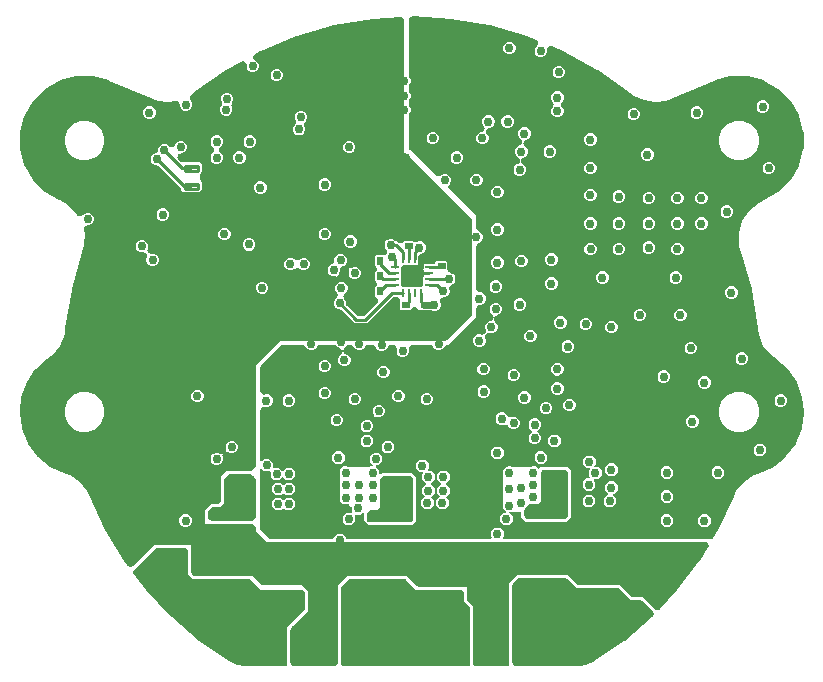
<source format=gbr>
G04 EAGLE Gerber RS-274X export*
G75*
%MOMM*%
%FSLAX34Y34*%
%LPD*%
%INBottom Copper*%
%IPPOS*%
%AMOC8*
5,1,8,0,0,1.08239X$1,22.5*%
G01*
G04 Define Apertures*
%ADD10R,0.711200X0.254000*%
%ADD11R,0.254000X0.711200*%
%ADD12R,1.701800X1.701800*%
%ADD13R,0.629100X0.560000*%
%ADD14R,0.644000X0.535100*%
%ADD15R,0.535100X0.644000*%
%ADD16P,5.49854X8X202.5*%
%ADD17P,5.49854X8X112.5*%
%ADD18C,0.284478*%
%ADD19C,0.756400*%
%ADD20C,0.609600*%
%ADD21C,0.254000*%
%ADD22C,0.406400*%
G36*
X-68190Y-161049D02*
X-69379Y-161290D01*
X-114528Y-161290D01*
X-115649Y-161076D01*
X-116666Y-160414D01*
X-117344Y-159408D01*
X-118335Y-157014D01*
X-119828Y-155522D01*
X-121778Y-154714D01*
X-123889Y-154714D01*
X-124056Y-154783D01*
X-125125Y-155013D01*
X-126321Y-154810D01*
X-127343Y-154156D01*
X-128029Y-153156D01*
X-128270Y-151967D01*
X-128270Y-113611D01*
X-128074Y-112535D01*
X-127428Y-111508D01*
X-126433Y-110814D01*
X-125246Y-110563D01*
X-124459Y-110716D01*
X-122135Y-110716D01*
X-120184Y-109908D01*
X-118692Y-108416D01*
X-117884Y-106465D01*
X-117884Y-104355D01*
X-118692Y-102404D01*
X-120184Y-100912D01*
X-122135Y-100104D01*
X-124420Y-100104D01*
X-125125Y-100256D01*
X-126321Y-100052D01*
X-127343Y-99399D01*
X-128029Y-98398D01*
X-128270Y-97209D01*
X-128270Y-77463D01*
X-128047Y-76319D01*
X-127377Y-75307D01*
X-111383Y-59313D01*
X-110416Y-58661D01*
X-109228Y-58420D01*
X-92344Y-58420D01*
X-91222Y-58634D01*
X-90206Y-59296D01*
X-89705Y-60039D01*
X-88096Y-61648D01*
X-86145Y-62456D01*
X-84035Y-62456D01*
X-82084Y-61648D01*
X-80489Y-60053D01*
X-80026Y-59347D01*
X-79025Y-58661D01*
X-77836Y-58420D01*
X-65916Y-58420D01*
X-64772Y-58643D01*
X-63761Y-59313D01*
X-62696Y-60378D01*
X-60687Y-61210D01*
X-59785Y-61788D01*
X-59076Y-62772D01*
X-58807Y-63955D01*
X-59020Y-65149D01*
X-59682Y-66165D01*
X-59733Y-66199D01*
X-61648Y-68114D01*
X-62456Y-70065D01*
X-62456Y-72175D01*
X-61648Y-74126D01*
X-60156Y-75618D01*
X-58205Y-76426D01*
X-56095Y-76426D01*
X-54144Y-75618D01*
X-52652Y-74126D01*
X-51844Y-72175D01*
X-51844Y-70065D01*
X-52652Y-68114D01*
X-54144Y-66622D01*
X-56153Y-65790D01*
X-57055Y-65212D01*
X-57764Y-64228D01*
X-58033Y-63045D01*
X-57820Y-61851D01*
X-57158Y-60835D01*
X-57107Y-60801D01*
X-55619Y-59313D01*
X-54652Y-58661D01*
X-53464Y-58420D01*
X-51704Y-58420D01*
X-50582Y-58634D01*
X-49566Y-59296D01*
X-49065Y-60039D01*
X-47456Y-61648D01*
X-45505Y-62456D01*
X-43395Y-62456D01*
X-41444Y-61648D01*
X-39849Y-60053D01*
X-39386Y-59347D01*
X-38385Y-58661D01*
X-37196Y-58420D01*
X-33180Y-58420D01*
X-32058Y-58634D01*
X-31042Y-59296D01*
X-30364Y-60302D01*
X-29898Y-61426D01*
X-28406Y-62918D01*
X-26455Y-63726D01*
X-24345Y-63726D01*
X-22394Y-62918D01*
X-20902Y-61426D01*
X-20436Y-60302D01*
X-19810Y-59347D01*
X-18809Y-58661D01*
X-17620Y-58420D01*
X-15821Y-58420D01*
X-14745Y-58616D01*
X-13718Y-59262D01*
X-13024Y-60257D01*
X-12773Y-61444D01*
X-12926Y-62231D01*
X-12926Y-64555D01*
X-12118Y-66506D01*
X-10626Y-67998D01*
X-8675Y-68806D01*
X-6565Y-68806D01*
X-4614Y-67998D01*
X-3122Y-66506D01*
X-2314Y-64555D01*
X-2314Y-62270D01*
X-2466Y-61565D01*
X-2262Y-60369D01*
X-1609Y-59347D01*
X-608Y-58661D01*
X581Y-58420D01*
X15606Y-58420D01*
X16728Y-58634D01*
X17744Y-59296D01*
X18246Y-60039D01*
X19854Y-61648D01*
X21805Y-62456D01*
X23915Y-62456D01*
X25866Y-61648D01*
X27461Y-60053D01*
X27924Y-59347D01*
X28925Y-58661D01*
X30114Y-58420D01*
X30375Y-58420D01*
X30460Y-58414D01*
X30475Y-58411D01*
X30568Y-58332D01*
X54536Y-34364D01*
X54592Y-34300D01*
X54600Y-34287D01*
X54610Y-34166D01*
X54610Y-27404D01*
X54815Y-26305D01*
X55469Y-25283D01*
X56469Y-24597D01*
X57658Y-24356D01*
X58205Y-24356D01*
X60156Y-23548D01*
X61339Y-22365D01*
X61819Y-22027D01*
X61960Y-21304D01*
X62456Y-20105D01*
X62456Y-17995D01*
X61648Y-16044D01*
X60156Y-14552D01*
X58205Y-13744D01*
X57658Y-13744D01*
X56559Y-13539D01*
X55537Y-12885D01*
X54851Y-11885D01*
X54610Y-10696D01*
X54610Y25240D01*
X54824Y26362D01*
X55486Y27378D01*
X56492Y28056D01*
X57616Y28522D01*
X59108Y30014D01*
X59916Y31965D01*
X59916Y34075D01*
X59108Y36026D01*
X57616Y37518D01*
X56492Y37984D01*
X55537Y38610D01*
X54851Y39611D01*
X54610Y40800D01*
X54610Y50695D01*
X54604Y50780D01*
X54601Y50795D01*
X54522Y50888D01*
X31942Y73468D01*
X31310Y74390D01*
X31050Y75575D01*
X31272Y76767D01*
X31942Y77778D01*
X32438Y78274D01*
X33246Y80225D01*
X33246Y82335D01*
X32438Y84286D01*
X30946Y85778D01*
X28995Y86586D01*
X26885Y86586D01*
X24934Y85778D01*
X24438Y85282D01*
X23517Y84650D01*
X22332Y84390D01*
X21139Y84612D01*
X20128Y85282D01*
X-1647Y107057D01*
X-2299Y108024D01*
X-2540Y109213D01*
X-2540Y136014D01*
X-2317Y137158D01*
X-1967Y137686D01*
X-1044Y139915D01*
X-1044Y142025D01*
X-1958Y144232D01*
X-2299Y144738D01*
X-2540Y145926D01*
X-2540Y147444D01*
X-2317Y148588D01*
X-1967Y149116D01*
X-1044Y151345D01*
X-1044Y153455D01*
X-1958Y155662D01*
X-2299Y156168D01*
X-2540Y157356D01*
X-2540Y160144D01*
X-2317Y161288D01*
X-1967Y161816D01*
X-1044Y164045D01*
X-1044Y166155D01*
X-1958Y168362D01*
X-2299Y168868D01*
X-2540Y170056D01*
X-2540Y216843D01*
X-2269Y218100D01*
X-1559Y219084D01*
X-521Y219712D01*
X679Y219887D01*
X32907Y218074D01*
X33247Y218035D01*
X65569Y212534D01*
X65903Y212457D01*
X97405Y203365D01*
X97728Y203252D01*
X105348Y200090D01*
X106266Y199497D01*
X106967Y198508D01*
X107228Y197323D01*
X107005Y196130D01*
X106335Y195119D01*
X104722Y193506D01*
X103914Y191555D01*
X103914Y189445D01*
X104722Y187494D01*
X106214Y186002D01*
X108165Y185194D01*
X110275Y185194D01*
X112226Y186002D01*
X113718Y187494D01*
X114526Y189445D01*
X114526Y191716D01*
X114723Y192794D01*
X115369Y193820D01*
X116365Y194514D01*
X117552Y194764D01*
X118742Y194531D01*
X128011Y190684D01*
X128319Y190536D01*
X157002Y174651D01*
X157291Y174468D01*
X184011Y155467D01*
X184148Y155364D01*
X184345Y155206D01*
X187825Y152425D01*
X196467Y148693D01*
X205788Y147371D01*
X215128Y148554D01*
X219476Y150355D01*
X219476Y150355D01*
X220970Y150974D01*
X220970Y150974D01*
X256147Y165545D01*
X256525Y165673D01*
X269604Y169177D01*
X270393Y169281D01*
X283935Y169281D01*
X284723Y169177D01*
X297803Y165673D01*
X298538Y165368D01*
X310266Y158598D01*
X310897Y158113D01*
X320472Y148538D01*
X320956Y147907D01*
X327727Y136180D01*
X328032Y135445D01*
X331536Y122365D01*
X331640Y121576D01*
X331640Y108034D01*
X331536Y107246D01*
X328032Y94166D01*
X327727Y93431D01*
X320956Y81703D01*
X320472Y81072D01*
X310897Y71497D01*
X310266Y71013D01*
X298539Y64242D01*
X298175Y64079D01*
X298181Y64066D01*
X293855Y62274D01*
X285662Y55452D01*
X279865Y46505D01*
X276987Y36240D01*
X277289Y25583D01*
X279016Y20540D01*
X279067Y20376D01*
X287959Y-11324D01*
X288033Y-11660D01*
X293298Y-44160D01*
X293321Y-44330D01*
X293397Y-45055D01*
X293397Y-45055D01*
X293850Y-49386D01*
X297734Y-58783D01*
X304127Y-66690D01*
X306982Y-68657D01*
X308314Y-69574D01*
X308610Y-69805D01*
X318153Y-78285D01*
X318648Y-78849D01*
X325831Y-89403D01*
X326174Y-90070D01*
X330562Y-102059D01*
X330731Y-102790D01*
X332058Y-115488D01*
X332043Y-116238D01*
X330228Y-128875D01*
X330031Y-129599D01*
X325185Y-141410D01*
X324817Y-142063D01*
X317232Y-152333D01*
X316716Y-152877D01*
X307322Y-160597D01*
X306576Y-161049D01*
X305387Y-161290D01*
X261287Y-161290D01*
X260151Y-161064D01*
X258009Y-161064D01*
X256873Y-161290D01*
X218107Y-161290D01*
X216971Y-161064D01*
X214829Y-161064D01*
X213693Y-161290D01*
X175136Y-161290D01*
X173992Y-161067D01*
X172981Y-160397D01*
X171916Y-159332D01*
X169965Y-158524D01*
X167855Y-158524D01*
X165904Y-159332D01*
X164839Y-160397D01*
X163872Y-161049D01*
X162684Y-161290D01*
X158571Y-161290D01*
X157472Y-161085D01*
X156450Y-160431D01*
X155764Y-159431D01*
X155523Y-158242D01*
X155523Y-156205D01*
X154715Y-154255D01*
X153222Y-152763D01*
X151272Y-151955D01*
X149161Y-151955D01*
X147211Y-152763D01*
X145718Y-154255D01*
X144911Y-156205D01*
X144911Y-158242D01*
X144706Y-159341D01*
X144052Y-160363D01*
X143051Y-161049D01*
X141863Y-161290D01*
X116369Y-161290D01*
X115292Y-161094D01*
X114265Y-160448D01*
X113572Y-159453D01*
X113321Y-158266D01*
X113553Y-157076D01*
X114526Y-154725D01*
X114526Y-152615D01*
X113718Y-150664D01*
X112226Y-149172D01*
X110275Y-148364D01*
X108165Y-148364D01*
X106214Y-149172D01*
X104722Y-150664D01*
X103914Y-152615D01*
X103914Y-154725D01*
X104794Y-156850D01*
X105024Y-157919D01*
X104821Y-159115D01*
X104167Y-160137D01*
X103167Y-160823D01*
X101978Y-161064D01*
X101799Y-161064D01*
X100663Y-161290D01*
X84757Y-161290D01*
X83621Y-161064D01*
X81479Y-161064D01*
X80343Y-161290D01*
X16908Y-161290D01*
X15787Y-161076D01*
X14770Y-160414D01*
X14092Y-159408D01*
X13388Y-157709D01*
X11896Y-156216D01*
X9945Y-155408D01*
X7835Y-155408D01*
X5884Y-156216D01*
X4392Y-157709D01*
X3688Y-159408D01*
X3061Y-160363D01*
X2061Y-161049D01*
X872Y-161290D01*
X-22805Y-161290D01*
X-23882Y-161094D01*
X-24909Y-160448D01*
X-25602Y-159453D01*
X-25853Y-158266D01*
X-25621Y-157076D01*
X-25174Y-155995D01*
X-25174Y-153607D01*
X-25274Y-153153D01*
X-25080Y-151956D01*
X-24434Y-150929D01*
X-23439Y-150235D01*
X-22252Y-149984D01*
X-21729Y-150086D01*
X-19265Y-150086D01*
X-17314Y-149278D01*
X-15822Y-147786D01*
X-15014Y-145835D01*
X-15014Y-143725D01*
X-15822Y-141774D01*
X-17314Y-140282D01*
X-19265Y-139474D01*
X-21375Y-139474D01*
X-23326Y-140282D01*
X-24818Y-141774D01*
X-25626Y-143725D01*
X-25626Y-146113D01*
X-25526Y-146567D01*
X-25720Y-147764D01*
X-26366Y-148791D01*
X-27361Y-149485D01*
X-28548Y-149736D01*
X-29071Y-149634D01*
X-31535Y-149634D01*
X-33486Y-150442D01*
X-34978Y-151934D01*
X-35786Y-153885D01*
X-35786Y-155995D01*
X-35339Y-157076D01*
X-35108Y-158145D01*
X-35312Y-159341D01*
X-35965Y-160363D01*
X-36966Y-161049D01*
X-38155Y-161290D01*
X-53673Y-161290D01*
X-54809Y-161064D01*
X-54988Y-161064D01*
X-56064Y-160868D01*
X-57091Y-160222D01*
X-57785Y-159227D01*
X-58036Y-158040D01*
X-57804Y-156850D01*
X-56924Y-154725D01*
X-56924Y-152615D01*
X-57732Y-150664D01*
X-59224Y-149172D01*
X-61175Y-148364D01*
X-63285Y-148364D01*
X-65236Y-149172D01*
X-66728Y-150664D01*
X-67536Y-152615D01*
X-67536Y-154725D01*
X-66563Y-157076D01*
X-66332Y-158145D01*
X-66535Y-159341D01*
X-67189Y-160363D01*
X-68190Y-161049D01*
G37*
%LPC*%
G36*
X81495Y187734D02*
X83605Y187734D01*
X85556Y188542D01*
X87048Y190034D01*
X87856Y191985D01*
X87856Y194095D01*
X87048Y196046D01*
X85556Y197538D01*
X83605Y198346D01*
X81495Y198346D01*
X79544Y197538D01*
X78052Y196046D01*
X77244Y194095D01*
X77244Y191985D01*
X78052Y190034D01*
X79544Y188542D01*
X81495Y187734D01*
G37*
G36*
X123405Y167414D02*
X125515Y167414D01*
X127466Y168222D01*
X128958Y169714D01*
X129766Y171665D01*
X129766Y173775D01*
X128958Y175726D01*
X127466Y177218D01*
X125515Y178026D01*
X123405Y178026D01*
X121454Y177218D01*
X119962Y175726D01*
X119154Y173775D01*
X119154Y171665D01*
X119962Y169714D01*
X121454Y168222D01*
X123405Y167414D01*
G37*
G36*
X122135Y134394D02*
X124245Y134394D01*
X126196Y135202D01*
X127688Y136694D01*
X128496Y138645D01*
X128496Y140755D01*
X127688Y142706D01*
X127134Y143260D01*
X126502Y144182D01*
X126242Y145366D01*
X126464Y146559D01*
X127134Y147570D01*
X127688Y148124D01*
X128496Y150075D01*
X128496Y152185D01*
X127688Y154136D01*
X126196Y155628D01*
X124245Y156436D01*
X122135Y156436D01*
X120184Y155628D01*
X118692Y154136D01*
X117884Y152185D01*
X117884Y150075D01*
X118692Y148124D01*
X119246Y147570D01*
X119878Y146648D01*
X120138Y145464D01*
X119916Y144271D01*
X119246Y143260D01*
X118692Y142706D01*
X117884Y140755D01*
X117884Y138645D01*
X118692Y136694D01*
X120184Y135202D01*
X122135Y134394D01*
G37*
G36*
X296125Y138204D02*
X298235Y138204D01*
X300186Y139012D01*
X301678Y140504D01*
X302486Y142455D01*
X302486Y144565D01*
X301678Y146516D01*
X300186Y148008D01*
X298235Y148816D01*
X296125Y148816D01*
X294174Y148008D01*
X292682Y146516D01*
X291874Y144565D01*
X291874Y142455D01*
X292682Y140504D01*
X294174Y139012D01*
X296125Y138204D01*
G37*
G36*
X240245Y133124D02*
X242355Y133124D01*
X244306Y133932D01*
X245798Y135424D01*
X246606Y137375D01*
X246606Y139485D01*
X245798Y141436D01*
X244306Y142928D01*
X242355Y143736D01*
X240245Y143736D01*
X238294Y142928D01*
X236802Y141436D01*
X235994Y139485D01*
X235994Y137375D01*
X236802Y135424D01*
X238294Y133932D01*
X240245Y133124D01*
G37*
G36*
X186905Y131854D02*
X189015Y131854D01*
X190966Y132662D01*
X192458Y134154D01*
X193266Y136105D01*
X193266Y138215D01*
X192458Y140166D01*
X190966Y141658D01*
X189015Y142466D01*
X186905Y142466D01*
X184954Y141658D01*
X183462Y140166D01*
X182654Y138215D01*
X182654Y136105D01*
X183462Y134154D01*
X184954Y132662D01*
X186905Y131854D01*
G37*
G36*
X80225Y125504D02*
X82335Y125504D01*
X84286Y126312D01*
X85778Y127804D01*
X86586Y129755D01*
X86586Y131865D01*
X85778Y133816D01*
X84286Y135308D01*
X82335Y136116D01*
X80225Y136116D01*
X78274Y135308D01*
X76782Y133816D01*
X75841Y131544D01*
X75359Y130791D01*
X75841Y130076D01*
X76782Y127804D01*
X78274Y126312D01*
X80225Y125504D01*
G37*
G36*
X58635Y111534D02*
X60745Y111534D01*
X62696Y112342D01*
X64188Y113834D01*
X64996Y115785D01*
X64996Y117895D01*
X64188Y119846D01*
X63733Y120301D01*
X63121Y121178D01*
X62842Y122359D01*
X63045Y123555D01*
X63699Y124577D01*
X64700Y125263D01*
X65765Y125479D01*
X67776Y126312D01*
X69268Y127804D01*
X70209Y130076D01*
X70691Y130829D01*
X70209Y131544D01*
X69268Y133816D01*
X67776Y135308D01*
X65825Y136116D01*
X63715Y136116D01*
X61764Y135308D01*
X60272Y133816D01*
X59464Y131865D01*
X59464Y129755D01*
X60272Y127804D01*
X60727Y127349D01*
X61339Y126472D01*
X61618Y125291D01*
X61415Y124095D01*
X60761Y123073D01*
X59760Y122387D01*
X58695Y122171D01*
X56684Y121338D01*
X55192Y119846D01*
X54384Y117895D01*
X54384Y115785D01*
X55192Y113834D01*
X56684Y112342D01*
X58635Y111534D01*
G37*
G36*
X273814Y97963D02*
X280514Y97963D01*
X286704Y100527D01*
X291442Y105265D01*
X294006Y111455D01*
X294006Y118155D01*
X291442Y124345D01*
X286704Y129083D01*
X280514Y131647D01*
X273814Y131647D01*
X267624Y129083D01*
X262886Y124345D01*
X260322Y118155D01*
X260322Y111455D01*
X262886Y105265D01*
X267624Y100527D01*
X273814Y97963D01*
G37*
G36*
X90385Y84864D02*
X92495Y84864D01*
X94446Y85672D01*
X95938Y87164D01*
X96746Y89115D01*
X96746Y91225D01*
X95938Y93176D01*
X94446Y94668D01*
X94342Y94711D01*
X93441Y95288D01*
X92731Y96271D01*
X92462Y97454D01*
X92675Y98648D01*
X93336Y99665D01*
X94342Y100343D01*
X95716Y100912D01*
X97208Y102404D01*
X98016Y104355D01*
X98016Y106465D01*
X97208Y108416D01*
X95383Y110241D01*
X95346Y110265D01*
X95312Y110312D01*
X95287Y110337D01*
X95291Y110341D01*
X94636Y111248D01*
X94367Y112431D01*
X94580Y113625D01*
X95241Y114642D01*
X96247Y115320D01*
X98256Y116152D01*
X99748Y117644D01*
X100556Y119595D01*
X100556Y121705D01*
X99748Y123656D01*
X98256Y125148D01*
X96305Y125956D01*
X94195Y125956D01*
X92244Y125148D01*
X90752Y123656D01*
X89944Y121705D01*
X89944Y119595D01*
X90752Y117644D01*
X92577Y115819D01*
X92614Y115796D01*
X92648Y115748D01*
X92673Y115723D01*
X92669Y115719D01*
X93324Y114812D01*
X93593Y113629D01*
X93380Y112435D01*
X92719Y111418D01*
X91713Y110740D01*
X89704Y109908D01*
X88212Y108416D01*
X87404Y106465D01*
X87404Y104355D01*
X88212Y102404D01*
X89704Y100912D01*
X89808Y100869D01*
X90709Y100292D01*
X91419Y99309D01*
X91688Y98126D01*
X91475Y96932D01*
X90814Y95915D01*
X89808Y95237D01*
X88434Y94668D01*
X86942Y93176D01*
X86134Y91225D01*
X86134Y89115D01*
X86942Y87164D01*
X88434Y85672D01*
X90385Y84864D01*
G37*
G36*
X16725Y111534D02*
X18835Y111534D01*
X20786Y112342D01*
X22278Y113834D01*
X23086Y115785D01*
X23086Y117895D01*
X22278Y119846D01*
X20786Y121338D01*
X18835Y122146D01*
X16725Y122146D01*
X14774Y121338D01*
X13282Y119846D01*
X12474Y117895D01*
X12474Y115785D01*
X13282Y113834D01*
X14774Y112342D01*
X16725Y111534D01*
G37*
G36*
X150075Y110264D02*
X152185Y110264D01*
X154136Y111072D01*
X155628Y112564D01*
X156436Y114515D01*
X156436Y116625D01*
X155628Y118576D01*
X154136Y120068D01*
X152185Y120876D01*
X150075Y120876D01*
X148124Y120068D01*
X146632Y118576D01*
X145824Y116625D01*
X145824Y114515D01*
X146632Y112564D01*
X148124Y111072D01*
X150075Y110264D01*
G37*
G36*
X115785Y100104D02*
X117895Y100104D01*
X119846Y100912D01*
X121338Y102404D01*
X122146Y104355D01*
X122146Y106465D01*
X121338Y108416D01*
X119846Y109908D01*
X117895Y110716D01*
X115785Y110716D01*
X113834Y109908D01*
X112342Y108416D01*
X111534Y106465D01*
X111534Y104355D01*
X112342Y102404D01*
X113834Y100912D01*
X115785Y100104D01*
G37*
G36*
X198335Y97564D02*
X200445Y97564D01*
X202396Y98372D01*
X203888Y99864D01*
X204696Y101815D01*
X204696Y103925D01*
X203888Y105876D01*
X202396Y107368D01*
X200445Y108176D01*
X198335Y108176D01*
X196384Y107368D01*
X194892Y105876D01*
X194084Y103925D01*
X194084Y101815D01*
X194892Y99864D01*
X196384Y98372D01*
X198335Y97564D01*
G37*
G36*
X37045Y95024D02*
X39155Y95024D01*
X41106Y95832D01*
X42598Y97324D01*
X43406Y99275D01*
X43406Y101385D01*
X42598Y103336D01*
X41106Y104828D01*
X39155Y105636D01*
X37045Y105636D01*
X35094Y104828D01*
X33602Y103336D01*
X32794Y101385D01*
X32794Y99275D01*
X33602Y97324D01*
X35094Y95832D01*
X37045Y95024D01*
G37*
G36*
X301205Y86134D02*
X303315Y86134D01*
X305266Y86942D01*
X306758Y88434D01*
X307566Y90385D01*
X307566Y92495D01*
X306758Y94446D01*
X305266Y95938D01*
X303315Y96746D01*
X301205Y96746D01*
X299254Y95938D01*
X297762Y94446D01*
X296954Y92495D01*
X296954Y90385D01*
X297762Y88434D01*
X299254Y86942D01*
X301205Y86134D01*
G37*
G36*
X150075Y86134D02*
X152185Y86134D01*
X154136Y86942D01*
X155628Y88434D01*
X156436Y90385D01*
X156436Y92495D01*
X155628Y94446D01*
X154136Y95938D01*
X152185Y96746D01*
X150075Y96746D01*
X148124Y95938D01*
X146632Y94446D01*
X145824Y92495D01*
X145824Y90385D01*
X146632Y88434D01*
X148124Y86942D01*
X150075Y86134D01*
G37*
G36*
X53555Y75974D02*
X55665Y75974D01*
X57616Y76782D01*
X59108Y78274D01*
X59916Y80225D01*
X59916Y82335D01*
X59108Y84286D01*
X57616Y85778D01*
X55665Y86586D01*
X53555Y86586D01*
X51604Y85778D01*
X50112Y84286D01*
X49304Y82335D01*
X49304Y80225D01*
X50112Y78274D01*
X51604Y76782D01*
X53555Y75974D01*
G37*
G36*
X71335Y65814D02*
X73445Y65814D01*
X75396Y66622D01*
X76888Y68114D01*
X77696Y70065D01*
X77696Y72175D01*
X76888Y74126D01*
X75396Y75618D01*
X73445Y76426D01*
X71335Y76426D01*
X69384Y75618D01*
X67892Y74126D01*
X67084Y72175D01*
X67084Y70065D01*
X67892Y68114D01*
X69384Y66622D01*
X71335Y65814D01*
G37*
G36*
X150075Y63274D02*
X152185Y63274D01*
X154136Y64082D01*
X155628Y65574D01*
X156436Y67525D01*
X156436Y69635D01*
X155628Y71586D01*
X154136Y73078D01*
X152185Y73886D01*
X150075Y73886D01*
X148124Y73078D01*
X146632Y71586D01*
X145824Y69635D01*
X145824Y67525D01*
X146632Y65574D01*
X148124Y64082D01*
X150075Y63274D01*
G37*
G36*
X174205Y62004D02*
X176315Y62004D01*
X178266Y62812D01*
X179758Y64304D01*
X180566Y66255D01*
X180566Y68365D01*
X179758Y70316D01*
X178266Y71808D01*
X176315Y72616D01*
X174205Y72616D01*
X172254Y71808D01*
X170762Y70316D01*
X169954Y68365D01*
X169954Y66255D01*
X170762Y64304D01*
X172254Y62812D01*
X174205Y62004D01*
G37*
G36*
X244055Y60734D02*
X246165Y60734D01*
X248116Y61542D01*
X249608Y63034D01*
X250416Y64985D01*
X250416Y67095D01*
X249608Y69046D01*
X248116Y70538D01*
X246165Y71346D01*
X244055Y71346D01*
X242104Y70538D01*
X240612Y69046D01*
X239804Y67095D01*
X239804Y64985D01*
X240612Y63034D01*
X242104Y61542D01*
X244055Y60734D01*
G37*
G36*
X223735Y60734D02*
X225845Y60734D01*
X227796Y61542D01*
X229288Y63034D01*
X230096Y64985D01*
X230096Y67095D01*
X229288Y69046D01*
X227796Y70538D01*
X225845Y71346D01*
X223735Y71346D01*
X221784Y70538D01*
X220292Y69046D01*
X219484Y67095D01*
X219484Y64985D01*
X220292Y63034D01*
X221784Y61542D01*
X223735Y60734D01*
G37*
G36*
X199605Y60734D02*
X201715Y60734D01*
X203666Y61542D01*
X205158Y63034D01*
X205966Y64985D01*
X205966Y67095D01*
X205158Y69046D01*
X203666Y70538D01*
X201715Y71346D01*
X199605Y71346D01*
X197654Y70538D01*
X196162Y69046D01*
X195354Y67095D01*
X195354Y64985D01*
X196162Y63034D01*
X197654Y61542D01*
X199605Y60734D01*
G37*
G36*
X265645Y49304D02*
X267755Y49304D01*
X269706Y50112D01*
X271198Y51604D01*
X272006Y53555D01*
X272006Y55665D01*
X271198Y57616D01*
X269706Y59108D01*
X267755Y59916D01*
X265645Y59916D01*
X263694Y59108D01*
X262202Y57616D01*
X261394Y55665D01*
X261394Y53555D01*
X262202Y51604D01*
X263694Y50112D01*
X265645Y49304D01*
G37*
G36*
X199605Y39144D02*
X201715Y39144D01*
X203666Y39952D01*
X205158Y41444D01*
X205966Y43395D01*
X205966Y45505D01*
X205158Y47456D01*
X203666Y48948D01*
X201715Y49756D01*
X199605Y49756D01*
X197654Y48948D01*
X196162Y47456D01*
X195354Y45505D01*
X195354Y43395D01*
X196162Y41444D01*
X197654Y39952D01*
X199605Y39144D01*
G37*
G36*
X174205Y39144D02*
X176315Y39144D01*
X178266Y39952D01*
X179758Y41444D01*
X180566Y43395D01*
X180566Y45505D01*
X179758Y47456D01*
X178266Y48948D01*
X176315Y49756D01*
X174205Y49756D01*
X172254Y48948D01*
X170762Y47456D01*
X169954Y45505D01*
X169954Y43395D01*
X170762Y41444D01*
X172254Y39952D01*
X174205Y39144D01*
G37*
G36*
X150075Y39144D02*
X152185Y39144D01*
X154136Y39952D01*
X155628Y41444D01*
X156436Y43395D01*
X156436Y45505D01*
X155628Y47456D01*
X154136Y48948D01*
X152185Y49756D01*
X150075Y49756D01*
X148124Y48948D01*
X146632Y47456D01*
X145824Y45505D01*
X145824Y43395D01*
X146632Y41444D01*
X148124Y39952D01*
X150075Y39144D01*
G37*
G36*
X244055Y39144D02*
X246165Y39144D01*
X248116Y39952D01*
X249608Y41444D01*
X250416Y43395D01*
X250416Y45505D01*
X249608Y47456D01*
X248116Y48948D01*
X246165Y49756D01*
X244055Y49756D01*
X242104Y48948D01*
X240612Y47456D01*
X239804Y45505D01*
X239804Y43395D01*
X240612Y41444D01*
X242104Y39952D01*
X244055Y39144D01*
G37*
G36*
X223735Y39144D02*
X225845Y39144D01*
X227796Y39952D01*
X229288Y41444D01*
X230096Y43395D01*
X230096Y45505D01*
X229288Y47456D01*
X227796Y48948D01*
X225845Y49756D01*
X223735Y49756D01*
X221784Y48948D01*
X220292Y47456D01*
X219484Y45505D01*
X219484Y43395D01*
X220292Y41444D01*
X221784Y39952D01*
X223735Y39144D01*
G37*
G36*
X71335Y34064D02*
X73445Y34064D01*
X75396Y34872D01*
X76888Y36364D01*
X77696Y38315D01*
X77696Y40425D01*
X76888Y42376D01*
X75396Y43868D01*
X73445Y44676D01*
X71335Y44676D01*
X69384Y43868D01*
X67892Y42376D01*
X67084Y40425D01*
X67084Y38315D01*
X67892Y36364D01*
X69384Y34872D01*
X71335Y34064D01*
G37*
G36*
X199605Y18824D02*
X201715Y18824D01*
X203666Y19632D01*
X205158Y21124D01*
X205966Y23075D01*
X205966Y25185D01*
X205158Y27136D01*
X203666Y28628D01*
X201715Y29436D01*
X199605Y29436D01*
X197654Y28628D01*
X196162Y27136D01*
X195354Y25185D01*
X195354Y23075D01*
X196162Y21124D01*
X197654Y19632D01*
X199605Y18824D01*
G37*
G36*
X150301Y17554D02*
X152411Y17554D01*
X154362Y18362D01*
X155854Y19854D01*
X156662Y21805D01*
X156662Y23915D01*
X155854Y25866D01*
X154362Y27358D01*
X152411Y28166D01*
X150301Y28166D01*
X148350Y27358D01*
X146858Y25866D01*
X146050Y23915D01*
X146050Y21805D01*
X146858Y19854D01*
X148350Y18362D01*
X150301Y17554D01*
G37*
G36*
X223735Y17554D02*
X225845Y17554D01*
X227796Y18362D01*
X229288Y19854D01*
X230096Y21805D01*
X230096Y23915D01*
X229288Y25866D01*
X227796Y27358D01*
X225845Y28166D01*
X223735Y28166D01*
X221784Y27358D01*
X220292Y25866D01*
X219484Y23915D01*
X219484Y21805D01*
X220292Y19854D01*
X221784Y18362D01*
X223735Y17554D01*
G37*
G36*
X174205Y17554D02*
X176315Y17554D01*
X178266Y18362D01*
X179758Y19854D01*
X180566Y21805D01*
X180566Y23915D01*
X179758Y25866D01*
X178266Y27358D01*
X176315Y28166D01*
X174205Y28166D01*
X172254Y27358D01*
X170762Y25866D01*
X169954Y23915D01*
X169954Y21805D01*
X170762Y19854D01*
X172254Y18362D01*
X174205Y17554D01*
G37*
G36*
X117055Y8664D02*
X119165Y8664D01*
X121116Y9472D01*
X122608Y10964D01*
X123416Y12915D01*
X123416Y15025D01*
X122608Y16976D01*
X121116Y18468D01*
X119165Y19276D01*
X117055Y19276D01*
X115104Y18468D01*
X113612Y16976D01*
X112804Y15025D01*
X112804Y12915D01*
X113612Y10964D01*
X115104Y9472D01*
X117055Y8664D01*
G37*
G36*
X91655Y7394D02*
X93765Y7394D01*
X95716Y8202D01*
X97208Y9694D01*
X98016Y11645D01*
X98016Y13755D01*
X97208Y15706D01*
X95716Y17198D01*
X93765Y18006D01*
X91655Y18006D01*
X89704Y17198D01*
X88212Y15706D01*
X87404Y13755D01*
X87404Y11645D01*
X88212Y9694D01*
X89704Y8202D01*
X91655Y7394D01*
G37*
G36*
X71335Y6124D02*
X73445Y6124D01*
X75396Y6932D01*
X76888Y8424D01*
X77696Y10375D01*
X77696Y12485D01*
X76888Y14436D01*
X75396Y15928D01*
X73445Y16736D01*
X71335Y16736D01*
X69384Y15928D01*
X67892Y14436D01*
X67084Y12485D01*
X67084Y10375D01*
X67892Y8424D01*
X69384Y6932D01*
X71335Y6124D01*
G37*
G36*
X222465Y-6576D02*
X224575Y-6576D01*
X226526Y-5768D01*
X228018Y-4276D01*
X228826Y-2325D01*
X228826Y-215D01*
X228018Y1736D01*
X226526Y3228D01*
X224575Y4036D01*
X222465Y4036D01*
X220514Y3228D01*
X219022Y1736D01*
X218214Y-215D01*
X218214Y-2325D01*
X219022Y-4276D01*
X220514Y-5768D01*
X222465Y-6576D01*
G37*
G36*
X160235Y-6576D02*
X162345Y-6576D01*
X164296Y-5768D01*
X165788Y-4276D01*
X166596Y-2325D01*
X166596Y-215D01*
X165788Y1736D01*
X164296Y3228D01*
X162345Y4036D01*
X160235Y4036D01*
X158284Y3228D01*
X156792Y1736D01*
X155984Y-215D01*
X155984Y-2325D01*
X156792Y-4276D01*
X158284Y-5768D01*
X160235Y-6576D01*
G37*
G36*
X117055Y-11656D02*
X119165Y-11656D01*
X121116Y-10848D01*
X122608Y-9356D01*
X123416Y-7405D01*
X123416Y-5295D01*
X122608Y-3344D01*
X121116Y-1852D01*
X119165Y-1044D01*
X117055Y-1044D01*
X115104Y-1852D01*
X113612Y-3344D01*
X112804Y-5295D01*
X112804Y-7405D01*
X113612Y-9356D01*
X115104Y-10848D01*
X117055Y-11656D01*
G37*
G36*
X70065Y-14196D02*
X72175Y-14196D01*
X74126Y-13388D01*
X75618Y-11896D01*
X76426Y-9945D01*
X76426Y-7835D01*
X75618Y-5884D01*
X74126Y-4392D01*
X72175Y-3584D01*
X70065Y-3584D01*
X68114Y-4392D01*
X66622Y-5884D01*
X65814Y-7835D01*
X65814Y-9945D01*
X66622Y-11896D01*
X68114Y-13388D01*
X70065Y-14196D01*
G37*
G36*
X269455Y-19276D02*
X271565Y-19276D01*
X273516Y-18468D01*
X275008Y-16976D01*
X275816Y-15025D01*
X275816Y-12915D01*
X275008Y-10964D01*
X273516Y-9472D01*
X271565Y-8664D01*
X269455Y-8664D01*
X267504Y-9472D01*
X266012Y-10964D01*
X265204Y-12915D01*
X265204Y-15025D01*
X266012Y-16976D01*
X267504Y-18468D01*
X269455Y-19276D01*
G37*
G36*
X90385Y-29436D02*
X92495Y-29436D01*
X94446Y-28628D01*
X95938Y-27136D01*
X96746Y-25185D01*
X96746Y-23075D01*
X95938Y-21124D01*
X94446Y-19632D01*
X92495Y-18824D01*
X90385Y-18824D01*
X88434Y-19632D01*
X86942Y-21124D01*
X86134Y-23075D01*
X86134Y-25185D01*
X86942Y-27136D01*
X88434Y-28628D01*
X90385Y-29436D01*
G37*
G36*
X56095Y-59916D02*
X58205Y-59916D01*
X60156Y-59108D01*
X61648Y-57616D01*
X62456Y-55665D01*
X62456Y-53555D01*
X61951Y-52335D01*
X61721Y-51290D01*
X61915Y-50093D01*
X62561Y-49066D01*
X63556Y-48372D01*
X64743Y-48121D01*
X65933Y-48353D01*
X66255Y-48486D01*
X68365Y-48486D01*
X70316Y-47678D01*
X71808Y-46186D01*
X72616Y-44235D01*
X72616Y-42125D01*
X71808Y-40174D01*
X70083Y-38449D01*
X69471Y-37572D01*
X69192Y-36391D01*
X69395Y-35195D01*
X70049Y-34173D01*
X71050Y-33487D01*
X72115Y-33271D01*
X74126Y-32438D01*
X75618Y-30946D01*
X76426Y-28995D01*
X76426Y-26885D01*
X75618Y-24934D01*
X74126Y-23442D01*
X72175Y-22634D01*
X70065Y-22634D01*
X68114Y-23442D01*
X66931Y-24625D01*
X66451Y-24963D01*
X66310Y-25687D01*
X65814Y-26885D01*
X65814Y-28995D01*
X66622Y-30946D01*
X68347Y-32671D01*
X68959Y-33548D01*
X69238Y-34729D01*
X69035Y-35925D01*
X68381Y-36947D01*
X67380Y-37633D01*
X66315Y-37849D01*
X64304Y-38682D01*
X62812Y-40174D01*
X62004Y-42125D01*
X62004Y-44235D01*
X62509Y-45455D01*
X62739Y-46500D01*
X62545Y-47697D01*
X61899Y-48724D01*
X60904Y-49418D01*
X59717Y-49669D01*
X58527Y-49437D01*
X58205Y-49304D01*
X56095Y-49304D01*
X54144Y-50112D01*
X52652Y-51604D01*
X51844Y-53555D01*
X51844Y-55665D01*
X52652Y-57616D01*
X54144Y-59108D01*
X56095Y-59916D01*
G37*
G36*
X226275Y-38326D02*
X228385Y-38326D01*
X230336Y-37518D01*
X231828Y-36026D01*
X232636Y-34075D01*
X232636Y-31965D01*
X231828Y-30014D01*
X230336Y-28522D01*
X228385Y-27714D01*
X226275Y-27714D01*
X224324Y-28522D01*
X222832Y-30014D01*
X222024Y-31965D01*
X222024Y-34075D01*
X222832Y-36026D01*
X224324Y-37518D01*
X226275Y-38326D01*
G37*
G36*
X191985Y-38326D02*
X194095Y-38326D01*
X196046Y-37518D01*
X197538Y-36026D01*
X198346Y-34075D01*
X198346Y-31965D01*
X197538Y-30014D01*
X196046Y-28522D01*
X194095Y-27714D01*
X191985Y-27714D01*
X190034Y-28522D01*
X188542Y-30014D01*
X187734Y-31965D01*
X187734Y-34075D01*
X188542Y-36026D01*
X190034Y-37518D01*
X191985Y-38326D01*
G37*
G36*
X124675Y-44676D02*
X126785Y-44676D01*
X128736Y-43868D01*
X130228Y-42376D01*
X131036Y-40425D01*
X131036Y-38315D01*
X130228Y-36364D01*
X128736Y-34872D01*
X126785Y-34064D01*
X124675Y-34064D01*
X122724Y-34872D01*
X121232Y-36364D01*
X120424Y-38315D01*
X120424Y-40425D01*
X121232Y-42376D01*
X122724Y-43868D01*
X124675Y-44676D01*
G37*
G36*
X146265Y-45946D02*
X148375Y-45946D01*
X150326Y-45138D01*
X151818Y-43646D01*
X152626Y-41695D01*
X152626Y-39585D01*
X151818Y-37634D01*
X150326Y-36142D01*
X148375Y-35334D01*
X146265Y-35334D01*
X144314Y-36142D01*
X142822Y-37634D01*
X142014Y-39585D01*
X142014Y-41695D01*
X142822Y-43646D01*
X144314Y-45138D01*
X146265Y-45946D01*
G37*
G36*
X167855Y-48486D02*
X169965Y-48486D01*
X171916Y-47678D01*
X173408Y-46186D01*
X174216Y-44235D01*
X174216Y-42125D01*
X173408Y-40174D01*
X171916Y-38682D01*
X169965Y-37874D01*
X167855Y-37874D01*
X165904Y-38682D01*
X164412Y-40174D01*
X163604Y-42125D01*
X163604Y-44235D01*
X164412Y-46186D01*
X165904Y-47678D01*
X167855Y-48486D01*
G37*
G36*
X99275Y-56106D02*
X101385Y-56106D01*
X103336Y-55298D01*
X104828Y-53806D01*
X105636Y-51855D01*
X105636Y-49745D01*
X104828Y-47794D01*
X103336Y-46302D01*
X101385Y-45494D01*
X99275Y-45494D01*
X97324Y-46302D01*
X95832Y-47794D01*
X95024Y-49745D01*
X95024Y-51855D01*
X95832Y-53806D01*
X97324Y-55298D01*
X99275Y-56106D01*
G37*
G36*
X131025Y-64996D02*
X133135Y-64996D01*
X135086Y-64188D01*
X136578Y-62696D01*
X137386Y-60745D01*
X137386Y-58635D01*
X136578Y-56684D01*
X135086Y-55192D01*
X133135Y-54384D01*
X131025Y-54384D01*
X129074Y-55192D01*
X127582Y-56684D01*
X126774Y-58635D01*
X126774Y-60745D01*
X127582Y-62696D01*
X129074Y-64188D01*
X131025Y-64996D01*
G37*
G36*
X235165Y-66266D02*
X237275Y-66266D01*
X239226Y-65458D01*
X240718Y-63966D01*
X241526Y-62015D01*
X241526Y-59905D01*
X240718Y-57954D01*
X239226Y-56462D01*
X237275Y-55654D01*
X235165Y-55654D01*
X233214Y-56462D01*
X231722Y-57954D01*
X230914Y-59905D01*
X230914Y-62015D01*
X231722Y-63966D01*
X233214Y-65458D01*
X235165Y-66266D01*
G37*
G36*
X278345Y-75156D02*
X280455Y-75156D01*
X282406Y-74348D01*
X283898Y-72856D01*
X284706Y-70905D01*
X284706Y-68795D01*
X283898Y-66844D01*
X282406Y-65352D01*
X280455Y-64544D01*
X278345Y-64544D01*
X276394Y-65352D01*
X274902Y-66844D01*
X274094Y-68795D01*
X274094Y-70905D01*
X274902Y-72856D01*
X276394Y-74348D01*
X278345Y-75156D01*
G37*
G36*
X-74715Y-81506D02*
X-72605Y-81506D01*
X-70654Y-80698D01*
X-69162Y-79206D01*
X-68354Y-77255D01*
X-68354Y-75145D01*
X-69162Y-73194D01*
X-70654Y-71702D01*
X-72605Y-70894D01*
X-74715Y-70894D01*
X-76666Y-71702D01*
X-78158Y-73194D01*
X-78966Y-75145D01*
X-78966Y-77255D01*
X-78158Y-79206D01*
X-76666Y-80698D01*
X-74715Y-81506D01*
G37*
G36*
X122456Y-84179D02*
X123209Y-84661D01*
X123924Y-84179D01*
X126196Y-83238D01*
X127688Y-81746D01*
X128496Y-79795D01*
X128496Y-77685D01*
X127688Y-75734D01*
X126196Y-74242D01*
X124245Y-73434D01*
X122135Y-73434D01*
X120184Y-74242D01*
X118692Y-75734D01*
X117884Y-77685D01*
X117884Y-79795D01*
X118692Y-81746D01*
X120184Y-83238D01*
X122456Y-84179D01*
G37*
G36*
X59679Y-84046D02*
X61789Y-84046D01*
X63740Y-83238D01*
X65232Y-81746D01*
X66040Y-79795D01*
X66040Y-77685D01*
X65232Y-75734D01*
X63740Y-74242D01*
X61789Y-73434D01*
X59679Y-73434D01*
X57728Y-74242D01*
X56236Y-75734D01*
X55428Y-77685D01*
X55428Y-79795D01*
X56236Y-81746D01*
X57728Y-83238D01*
X59679Y-84046D01*
G37*
G36*
X-25185Y-86586D02*
X-23075Y-86586D01*
X-21124Y-85778D01*
X-19632Y-84286D01*
X-18824Y-82335D01*
X-18824Y-80225D01*
X-19632Y-78274D01*
X-21124Y-76782D01*
X-23075Y-75974D01*
X-25185Y-75974D01*
X-27136Y-76782D01*
X-28628Y-78274D01*
X-29436Y-80225D01*
X-29436Y-82335D01*
X-28628Y-84286D01*
X-27136Y-85778D01*
X-25185Y-86586D01*
G37*
G36*
X85305Y-89126D02*
X87415Y-89126D01*
X89366Y-88318D01*
X90858Y-86826D01*
X91666Y-84875D01*
X91666Y-82765D01*
X90858Y-80814D01*
X89366Y-79322D01*
X87415Y-78514D01*
X85305Y-78514D01*
X83354Y-79322D01*
X81862Y-80814D01*
X81054Y-82765D01*
X81054Y-84875D01*
X81862Y-86826D01*
X83354Y-88318D01*
X85305Y-89126D01*
G37*
G36*
X212305Y-90396D02*
X214415Y-90396D01*
X216366Y-89588D01*
X217858Y-88096D01*
X218666Y-86145D01*
X218666Y-84035D01*
X217858Y-82084D01*
X216366Y-80592D01*
X214415Y-79784D01*
X212305Y-79784D01*
X210354Y-80592D01*
X208862Y-82084D01*
X208054Y-84035D01*
X208054Y-86145D01*
X208862Y-88096D01*
X210354Y-89588D01*
X212305Y-90396D01*
G37*
G36*
X246595Y-95476D02*
X248705Y-95476D01*
X250656Y-94668D01*
X252148Y-93176D01*
X252956Y-91225D01*
X252956Y-89115D01*
X252148Y-87164D01*
X250656Y-85672D01*
X248705Y-84864D01*
X246595Y-84864D01*
X244644Y-85672D01*
X243152Y-87164D01*
X242344Y-89115D01*
X242344Y-91225D01*
X243152Y-93176D01*
X244644Y-94668D01*
X246595Y-95476D01*
G37*
G36*
X122135Y-100556D02*
X124245Y-100556D01*
X126196Y-99748D01*
X127688Y-98256D01*
X128496Y-96305D01*
X128496Y-94195D01*
X127688Y-92244D01*
X126196Y-90752D01*
X123924Y-89811D01*
X123171Y-89329D01*
X122456Y-89811D01*
X120184Y-90752D01*
X118692Y-92244D01*
X117884Y-94195D01*
X117884Y-96305D01*
X118692Y-98256D01*
X120184Y-99748D01*
X122135Y-100556D01*
G37*
G36*
X59905Y-103096D02*
X62015Y-103096D01*
X63966Y-102288D01*
X65458Y-100796D01*
X66266Y-98845D01*
X66266Y-96735D01*
X65458Y-94784D01*
X63966Y-93292D01*
X62015Y-92484D01*
X59905Y-92484D01*
X57954Y-93292D01*
X56462Y-94784D01*
X55654Y-96735D01*
X55654Y-98845D01*
X56462Y-100796D01*
X57954Y-102288D01*
X59905Y-103096D01*
G37*
G36*
X-74715Y-104366D02*
X-72605Y-104366D01*
X-70654Y-103558D01*
X-69162Y-102066D01*
X-68354Y-100115D01*
X-68354Y-98005D01*
X-69162Y-96054D01*
X-70654Y-94562D01*
X-72605Y-93754D01*
X-74715Y-93754D01*
X-76666Y-94562D01*
X-78158Y-96054D01*
X-78966Y-98005D01*
X-78966Y-100115D01*
X-78158Y-102066D01*
X-76666Y-103558D01*
X-74715Y-104366D01*
G37*
G36*
X-12485Y-106906D02*
X-10375Y-106906D01*
X-8424Y-106098D01*
X-6932Y-104606D01*
X-6124Y-102655D01*
X-6124Y-100545D01*
X-6932Y-98594D01*
X-8424Y-97102D01*
X-10375Y-96294D01*
X-12485Y-96294D01*
X-14436Y-97102D01*
X-15928Y-98594D01*
X-16736Y-100545D01*
X-16736Y-102655D01*
X-15928Y-104606D01*
X-14436Y-106098D01*
X-12485Y-106906D01*
G37*
G36*
X94195Y-108176D02*
X96305Y-108176D01*
X98256Y-107368D01*
X99748Y-105876D01*
X100556Y-103925D01*
X100556Y-101815D01*
X99748Y-99864D01*
X98256Y-98372D01*
X96305Y-97564D01*
X94195Y-97564D01*
X92244Y-98372D01*
X90752Y-99864D01*
X89944Y-101815D01*
X89944Y-103925D01*
X90752Y-105876D01*
X92244Y-107368D01*
X94195Y-108176D01*
G37*
G36*
X273814Y-131647D02*
X280514Y-131647D01*
X286704Y-129083D01*
X291442Y-124345D01*
X294006Y-118155D01*
X294006Y-111455D01*
X291442Y-105265D01*
X286704Y-100527D01*
X280514Y-97963D01*
X273814Y-97963D01*
X267624Y-100527D01*
X262886Y-105265D01*
X260322Y-111455D01*
X260322Y-118155D01*
X262886Y-124345D01*
X267624Y-129083D01*
X273814Y-131647D01*
G37*
G36*
X11645Y-109446D02*
X13755Y-109446D01*
X15706Y-108638D01*
X17198Y-107146D01*
X18006Y-105195D01*
X18006Y-103085D01*
X17198Y-101134D01*
X15706Y-99642D01*
X13755Y-98834D01*
X11645Y-98834D01*
X9694Y-99642D01*
X8202Y-101134D01*
X7394Y-103085D01*
X7394Y-105195D01*
X8202Y-107146D01*
X9694Y-108638D01*
X11645Y-109446D01*
G37*
G36*
X-49315Y-109446D02*
X-47205Y-109446D01*
X-45254Y-108638D01*
X-43762Y-107146D01*
X-42954Y-105195D01*
X-42954Y-103085D01*
X-43762Y-101134D01*
X-45254Y-99642D01*
X-47205Y-98834D01*
X-49315Y-98834D01*
X-51266Y-99642D01*
X-52758Y-101134D01*
X-53566Y-103085D01*
X-53566Y-105195D01*
X-52758Y-107146D01*
X-51266Y-108638D01*
X-49315Y-109446D01*
G37*
G36*
X311365Y-110716D02*
X313475Y-110716D01*
X315426Y-109908D01*
X316918Y-108416D01*
X317726Y-106465D01*
X317726Y-104355D01*
X316918Y-102404D01*
X315426Y-100912D01*
X313475Y-100104D01*
X311365Y-100104D01*
X309414Y-100912D01*
X307922Y-102404D01*
X307114Y-104355D01*
X307114Y-106465D01*
X307922Y-108416D01*
X309414Y-109908D01*
X311365Y-110716D01*
G37*
G36*
X-105195Y-110716D02*
X-103085Y-110716D01*
X-101134Y-109908D01*
X-99642Y-108416D01*
X-98834Y-106465D01*
X-98834Y-104355D01*
X-99642Y-102404D01*
X-101134Y-100912D01*
X-103085Y-100104D01*
X-105195Y-100104D01*
X-107146Y-100912D01*
X-108638Y-102404D01*
X-109446Y-104355D01*
X-109446Y-106465D01*
X-108638Y-108416D01*
X-107146Y-109908D01*
X-105195Y-110716D01*
G37*
G36*
X132295Y-114526D02*
X134405Y-114526D01*
X136356Y-113718D01*
X137848Y-112226D01*
X138656Y-110275D01*
X138656Y-108165D01*
X137848Y-106214D01*
X136356Y-104722D01*
X134405Y-103914D01*
X132295Y-103914D01*
X130344Y-104722D01*
X128852Y-106214D01*
X128044Y-108165D01*
X128044Y-110275D01*
X128852Y-112226D01*
X130344Y-113718D01*
X132295Y-114526D01*
G37*
G36*
X112561Y-117066D02*
X114671Y-117066D01*
X116622Y-116258D01*
X118114Y-114766D01*
X118922Y-112815D01*
X118922Y-110705D01*
X118114Y-108754D01*
X116622Y-107262D01*
X114671Y-106454D01*
X112561Y-106454D01*
X110610Y-107262D01*
X109118Y-108754D01*
X108310Y-110705D01*
X108310Y-112815D01*
X109118Y-114766D01*
X110610Y-116258D01*
X112561Y-117066D01*
G37*
G36*
X-28995Y-119606D02*
X-26885Y-119606D01*
X-24934Y-118798D01*
X-23442Y-117306D01*
X-22634Y-115355D01*
X-22634Y-113245D01*
X-23442Y-111294D01*
X-24934Y-109802D01*
X-26885Y-108994D01*
X-28995Y-108994D01*
X-30946Y-109802D01*
X-32438Y-111294D01*
X-33246Y-113245D01*
X-33246Y-115355D01*
X-32401Y-117395D01*
X-31923Y-118075D01*
X-31710Y-118947D01*
X-31384Y-118878D01*
X-30194Y-119110D01*
X-28995Y-119606D01*
G37*
G36*
X85305Y-129766D02*
X87415Y-129766D01*
X89366Y-128958D01*
X90858Y-127466D01*
X91666Y-125515D01*
X91666Y-123405D01*
X90858Y-121454D01*
X89366Y-119962D01*
X87415Y-119154D01*
X85305Y-119154D01*
X84722Y-119395D01*
X83629Y-119626D01*
X82435Y-119413D01*
X81418Y-118752D01*
X80740Y-117746D01*
X80698Y-117644D01*
X79206Y-116152D01*
X77255Y-115344D01*
X75145Y-115344D01*
X73194Y-116152D01*
X71702Y-117644D01*
X70894Y-119595D01*
X70894Y-121705D01*
X71702Y-123656D01*
X73194Y-125148D01*
X75145Y-125956D01*
X77255Y-125956D01*
X77838Y-125715D01*
X78931Y-125484D01*
X80125Y-125697D01*
X81142Y-126359D01*
X81820Y-127364D01*
X81862Y-127466D01*
X83354Y-128958D01*
X85305Y-129766D01*
G37*
G36*
X-64555Y-127226D02*
X-62445Y-127226D01*
X-60494Y-126418D01*
X-59002Y-124926D01*
X-58194Y-122975D01*
X-58194Y-120865D01*
X-59002Y-118914D01*
X-60494Y-117422D01*
X-62445Y-116614D01*
X-64555Y-116614D01*
X-66506Y-117422D01*
X-67998Y-118914D01*
X-68806Y-120865D01*
X-68806Y-122975D01*
X-67998Y-124926D01*
X-66506Y-126418D01*
X-64555Y-127226D01*
G37*
G36*
X236435Y-128496D02*
X238545Y-128496D01*
X240496Y-127688D01*
X241988Y-126196D01*
X242796Y-124245D01*
X242796Y-122135D01*
X241988Y-120184D01*
X240496Y-118692D01*
X238545Y-117884D01*
X236435Y-117884D01*
X234484Y-118692D01*
X232992Y-120184D01*
X232184Y-122135D01*
X232184Y-124245D01*
X232992Y-126196D01*
X234484Y-127688D01*
X236435Y-128496D01*
G37*
G36*
X103061Y-142466D02*
X105171Y-142466D01*
X107122Y-141658D01*
X108614Y-140166D01*
X109480Y-138075D01*
X109506Y-138034D01*
X109422Y-137618D01*
X109422Y-136105D01*
X108614Y-134154D01*
X108072Y-133612D01*
X107440Y-132690D01*
X107180Y-131506D01*
X107402Y-130313D01*
X108072Y-129302D01*
X108638Y-128736D01*
X109446Y-126785D01*
X109446Y-124675D01*
X108638Y-122724D01*
X107146Y-121232D01*
X105195Y-120424D01*
X103085Y-120424D01*
X101134Y-121232D01*
X99642Y-122724D01*
X98834Y-124675D01*
X98834Y-126785D01*
X99642Y-128736D01*
X100184Y-129278D01*
X100816Y-130200D01*
X101076Y-131384D01*
X100854Y-132577D01*
X100184Y-133588D01*
X99618Y-134154D01*
X98810Y-136105D01*
X98810Y-138215D01*
X99618Y-140166D01*
X101110Y-141658D01*
X103061Y-142466D01*
G37*
G36*
X-39155Y-145006D02*
X-37045Y-145006D01*
X-35094Y-144198D01*
X-33602Y-142706D01*
X-32794Y-140755D01*
X-32794Y-138645D01*
X-33602Y-136694D01*
X-34791Y-135505D01*
X-35423Y-134583D01*
X-35683Y-133399D01*
X-35461Y-132206D01*
X-34791Y-131195D01*
X-33602Y-130006D01*
X-32794Y-128055D01*
X-32794Y-125945D01*
X-33639Y-123905D01*
X-34117Y-123225D01*
X-34331Y-122353D01*
X-34656Y-122422D01*
X-35847Y-122190D01*
X-37045Y-121694D01*
X-39155Y-121694D01*
X-41106Y-122502D01*
X-42598Y-123994D01*
X-43406Y-125945D01*
X-43406Y-128055D01*
X-42598Y-130006D01*
X-41409Y-131195D01*
X-40777Y-132117D01*
X-40517Y-133301D01*
X-40739Y-134494D01*
X-41409Y-135505D01*
X-42598Y-136694D01*
X-43406Y-138645D01*
X-43406Y-140755D01*
X-42598Y-142706D01*
X-41106Y-144198D01*
X-39155Y-145006D01*
G37*
G36*
X119595Y-145006D02*
X121705Y-145006D01*
X123656Y-144198D01*
X125148Y-142706D01*
X125956Y-140755D01*
X125956Y-138645D01*
X125148Y-136694D01*
X123656Y-135202D01*
X121705Y-134394D01*
X119595Y-134394D01*
X117644Y-135202D01*
X116152Y-136694D01*
X115286Y-138785D01*
X115260Y-138826D01*
X115344Y-139242D01*
X115344Y-140755D01*
X116152Y-142706D01*
X117644Y-144198D01*
X119595Y-145006D01*
G37*
G36*
X293585Y-152626D02*
X295695Y-152626D01*
X297646Y-151818D01*
X299138Y-150326D01*
X299946Y-148375D01*
X299946Y-146265D01*
X299138Y-144314D01*
X297646Y-142822D01*
X295695Y-142014D01*
X293585Y-142014D01*
X291634Y-142822D01*
X290142Y-144314D01*
X289334Y-146265D01*
X289334Y-148375D01*
X290142Y-150326D01*
X291634Y-151818D01*
X293585Y-152626D01*
G37*
G36*
X71335Y-155166D02*
X73445Y-155166D01*
X75396Y-154358D01*
X76888Y-152866D01*
X77696Y-150915D01*
X77696Y-148805D01*
X76888Y-146854D01*
X75396Y-145362D01*
X73445Y-144554D01*
X71335Y-144554D01*
X69384Y-145362D01*
X67892Y-146854D01*
X67084Y-148805D01*
X67084Y-150915D01*
X67892Y-152866D01*
X69384Y-154358D01*
X71335Y-155166D01*
G37*
%LPD*%
G36*
X-237581Y-245939D02*
X-238790Y-246039D01*
X-239942Y-245660D01*
X-240856Y-244862D01*
X-243401Y-241527D01*
X-243582Y-241263D01*
X-259515Y-215098D01*
X-259667Y-214816D01*
X-272770Y-187125D01*
X-272834Y-186979D01*
X-274765Y-182275D01*
X-281137Y-174352D01*
X-289496Y-168563D01*
X-294325Y-166975D01*
X-294675Y-166836D01*
X-306219Y-161384D01*
X-306853Y-160983D01*
X-316716Y-152877D01*
X-317232Y-152333D01*
X-324817Y-142063D01*
X-325185Y-141410D01*
X-330031Y-129599D01*
X-330228Y-128875D01*
X-332043Y-116238D01*
X-332058Y-115488D01*
X-330731Y-102790D01*
X-330562Y-102059D01*
X-326174Y-90070D01*
X-325831Y-89403D01*
X-318648Y-78849D01*
X-318153Y-78285D01*
X-308610Y-69805D01*
X-308314Y-69574D01*
X-306982Y-68657D01*
X-304127Y-66690D01*
X-297734Y-58783D01*
X-293850Y-49386D01*
X-293340Y-44516D01*
X-293340Y-44516D01*
X-293321Y-44330D01*
X-293298Y-44160D01*
X-288033Y-11660D01*
X-287959Y-11324D01*
X-279067Y20376D01*
X-279016Y20540D01*
X-277289Y25583D01*
X-276987Y36240D01*
X-277785Y39083D01*
X-277896Y39809D01*
X-277693Y41005D01*
X-277039Y42027D01*
X-276039Y42713D01*
X-274850Y42954D01*
X-273265Y42954D01*
X-271314Y43762D01*
X-269822Y45254D01*
X-269014Y47205D01*
X-269014Y49315D01*
X-269822Y51266D01*
X-271314Y52758D01*
X-273265Y53566D01*
X-275375Y53566D01*
X-277326Y52758D01*
X-278661Y51423D01*
X-280192Y50595D01*
X-281405Y50588D01*
X-282525Y51055D01*
X-283374Y51921D01*
X-285662Y55452D01*
X-293855Y62274D01*
X-298181Y64066D01*
X-298175Y64079D01*
X-298539Y64242D01*
X-310266Y71013D01*
X-310897Y71497D01*
X-320472Y81072D01*
X-320956Y81703D01*
X-327727Y93431D01*
X-328032Y94166D01*
X-331536Y107246D01*
X-331640Y108034D01*
X-331640Y121576D01*
X-331536Y122365D01*
X-328032Y135445D01*
X-327727Y136180D01*
X-320956Y147907D01*
X-320472Y148538D01*
X-310897Y158113D01*
X-310266Y158598D01*
X-298538Y165368D01*
X-297803Y165673D01*
X-284723Y169177D01*
X-283935Y169281D01*
X-270393Y169281D01*
X-269604Y169177D01*
X-256525Y165673D01*
X-256147Y165545D01*
X-220970Y150974D01*
X-220970Y150974D01*
X-219476Y150355D01*
X-219476Y150355D01*
X-215128Y148554D01*
X-205788Y147371D01*
X-200082Y148180D01*
X-198555Y148006D01*
X-197534Y147352D01*
X-196848Y146351D01*
X-196606Y145163D01*
X-196606Y144154D01*
X-195798Y142204D01*
X-194306Y140711D01*
X-192356Y139904D01*
X-190245Y139904D01*
X-188295Y140711D01*
X-186802Y142204D01*
X-185994Y144154D01*
X-185994Y146265D01*
X-186802Y148215D01*
X-187187Y148600D01*
X-187938Y149838D01*
X-188066Y151045D01*
X-187712Y152205D01*
X-186935Y153136D01*
X-184148Y155364D01*
X-184142Y155356D01*
X-184011Y155467D01*
X-157291Y174468D01*
X-157002Y174651D01*
X-144451Y181602D01*
X-143071Y181982D01*
X-141875Y181778D01*
X-140853Y181125D01*
X-140167Y180124D01*
X-139926Y178935D01*
X-139926Y176745D01*
X-139118Y174794D01*
X-137626Y173302D01*
X-135675Y172494D01*
X-133565Y172494D01*
X-131614Y173302D01*
X-130122Y174794D01*
X-129314Y176745D01*
X-129314Y178855D01*
X-130122Y180806D01*
X-131614Y182298D01*
X-132398Y182623D01*
X-133033Y182980D01*
X-133849Y183878D01*
X-134251Y185022D01*
X-134174Y186233D01*
X-133631Y187318D01*
X-132708Y188105D01*
X-128319Y190536D01*
X-128011Y190684D01*
X-97728Y203252D01*
X-97405Y203365D01*
X-65903Y212457D01*
X-65569Y212534D01*
X-33247Y218035D01*
X-32907Y218074D01*
X-9569Y219387D01*
X-8299Y219186D01*
X-7277Y218533D01*
X-6591Y217532D01*
X-6350Y216343D01*
X-6350Y105515D01*
X-6344Y105430D01*
X-6341Y105415D01*
X-6262Y105322D01*
X49907Y49153D01*
X50559Y48186D01*
X50800Y46998D01*
X50800Y-31758D01*
X50577Y-32901D01*
X49907Y-33913D01*
X30103Y-53717D01*
X29136Y-54369D01*
X27948Y-54610D01*
X-111655Y-54610D01*
X-111740Y-54616D01*
X-111755Y-54619D01*
X-111848Y-54698D01*
X-132006Y-74856D01*
X-132062Y-74920D01*
X-132070Y-74933D01*
X-132080Y-75054D01*
X-132080Y-160028D01*
X-132303Y-161171D01*
X-132973Y-162183D01*
X-134997Y-164207D01*
X-135964Y-164859D01*
X-137153Y-165100D01*
X-157375Y-165100D01*
X-157460Y-165106D01*
X-157475Y-165109D01*
X-157568Y-165188D01*
X-161216Y-168836D01*
X-161272Y-168900D01*
X-161280Y-168913D01*
X-161290Y-169034D01*
X-161290Y-189238D01*
X-161513Y-190381D01*
X-162183Y-191393D01*
X-162937Y-192147D01*
X-163904Y-192799D01*
X-165093Y-193040D01*
X-170075Y-193040D01*
X-170160Y-193046D01*
X-170175Y-193049D01*
X-170268Y-193128D01*
X-175186Y-198046D01*
X-175242Y-198110D01*
X-175250Y-198123D01*
X-175260Y-198244D01*
X-175260Y-215908D01*
X-175483Y-217051D01*
X-176153Y-218063D01*
X-184527Y-226437D01*
X-185494Y-227089D01*
X-186683Y-227330D01*
X-218335Y-227330D01*
X-218420Y-227336D01*
X-218435Y-227339D01*
X-218528Y-227418D01*
X-236278Y-245168D01*
X-237581Y-245939D01*
G37*
%LPC*%
G36*
X-115355Y164874D02*
X-113245Y164874D01*
X-111294Y165682D01*
X-109802Y167174D01*
X-108994Y169125D01*
X-108994Y171235D01*
X-109802Y173186D01*
X-111294Y174678D01*
X-113245Y175486D01*
X-115355Y175486D01*
X-117306Y174678D01*
X-118798Y173186D01*
X-119606Y171235D01*
X-119606Y169125D01*
X-118798Y167174D01*
X-117306Y165682D01*
X-115355Y164874D01*
G37*
G36*
X-158253Y135678D02*
X-156142Y135678D01*
X-154192Y136486D01*
X-152700Y137978D01*
X-151892Y139929D01*
X-151892Y142039D01*
X-152590Y143725D01*
X-152822Y144843D01*
X-152599Y146036D01*
X-151929Y147047D01*
X-151910Y147066D01*
X-151102Y149017D01*
X-151102Y151127D01*
X-151910Y153078D01*
X-153402Y154570D01*
X-155353Y155378D01*
X-157463Y155378D01*
X-159414Y154570D01*
X-160906Y153078D01*
X-161714Y151127D01*
X-161714Y149017D01*
X-161016Y147331D01*
X-160784Y146213D01*
X-161007Y145020D01*
X-161676Y144009D01*
X-161696Y143990D01*
X-162504Y142039D01*
X-162504Y139929D01*
X-161696Y137978D01*
X-160203Y136486D01*
X-158253Y135678D01*
G37*
G36*
X-223305Y133124D02*
X-221195Y133124D01*
X-219244Y133932D01*
X-217752Y135424D01*
X-216944Y137375D01*
X-216944Y139485D01*
X-217752Y141436D01*
X-219244Y142928D01*
X-221195Y143736D01*
X-223305Y143736D01*
X-225256Y142928D01*
X-226748Y141436D01*
X-227556Y139485D01*
X-227556Y137375D01*
X-226748Y135424D01*
X-225256Y133932D01*
X-223305Y133124D01*
G37*
G36*
X-96416Y119032D02*
X-94305Y119032D01*
X-92354Y119840D01*
X-90862Y121333D01*
X-90054Y123283D01*
X-90054Y125394D01*
X-90929Y127506D01*
X-91161Y128624D01*
X-90938Y129816D01*
X-90268Y130828D01*
X-89406Y131691D01*
X-88598Y133641D01*
X-88598Y135752D01*
X-89406Y137702D01*
X-90898Y139194D01*
X-92848Y140002D01*
X-94959Y140002D01*
X-96909Y139194D01*
X-98402Y137702D01*
X-99210Y135752D01*
X-99210Y133641D01*
X-98335Y131528D01*
X-98103Y130411D01*
X-98326Y129218D01*
X-98996Y128207D01*
X-99858Y127344D01*
X-100666Y125394D01*
X-100666Y123283D01*
X-99858Y121333D01*
X-98366Y119840D01*
X-96416Y119032D01*
G37*
G36*
X-280514Y97963D02*
X-273814Y97963D01*
X-267624Y100527D01*
X-262886Y105265D01*
X-260322Y111455D01*
X-260322Y118155D01*
X-262886Y124345D01*
X-267624Y129083D01*
X-273814Y131647D01*
X-280514Y131647D01*
X-286704Y129083D01*
X-291442Y124345D01*
X-294006Y118155D01*
X-294006Y111455D01*
X-291442Y105265D01*
X-286704Y100527D01*
X-280514Y97963D01*
G37*
G36*
X-138215Y108588D02*
X-136105Y108588D01*
X-134154Y109396D01*
X-132662Y110888D01*
X-131854Y112839D01*
X-131854Y114949D01*
X-132662Y116900D01*
X-134154Y118392D01*
X-136105Y119200D01*
X-138215Y119200D01*
X-140166Y118392D01*
X-141658Y116900D01*
X-142466Y114949D01*
X-142466Y112839D01*
X-141658Y110888D01*
X-141168Y110398D01*
X-140566Y109543D01*
X-140414Y108923D01*
X-139911Y109029D01*
X-138720Y108797D01*
X-138215Y108588D01*
G37*
G36*
X-166155Y95024D02*
X-164045Y95024D01*
X-162094Y95832D01*
X-160602Y97324D01*
X-159794Y99275D01*
X-159794Y101385D01*
X-160602Y103336D01*
X-162223Y104957D01*
X-162855Y105879D01*
X-163115Y107063D01*
X-162893Y108256D01*
X-162223Y109267D01*
X-160602Y110888D01*
X-159794Y112839D01*
X-159794Y114949D01*
X-160602Y116900D01*
X-162094Y118392D01*
X-164045Y119200D01*
X-166155Y119200D01*
X-168106Y118392D01*
X-169598Y116900D01*
X-170406Y114949D01*
X-170406Y112839D01*
X-169598Y110888D01*
X-167977Y109267D01*
X-167345Y108345D01*
X-167085Y107161D01*
X-167307Y105968D01*
X-167977Y104957D01*
X-169598Y103336D01*
X-170406Y101385D01*
X-170406Y99275D01*
X-169598Y97324D01*
X-168106Y95832D01*
X-166155Y95024D01*
G37*
G36*
X-54143Y103914D02*
X-52033Y103914D01*
X-50082Y104722D01*
X-48590Y106214D01*
X-47782Y108165D01*
X-47782Y110275D01*
X-48590Y112226D01*
X-50082Y113718D01*
X-52033Y114526D01*
X-54143Y114526D01*
X-56094Y113718D01*
X-57586Y112226D01*
X-58394Y110275D01*
X-58394Y108165D01*
X-57586Y106214D01*
X-56094Y104722D01*
X-54143Y103914D01*
G37*
G36*
X-193600Y71120D02*
X-179780Y71120D01*
X-178054Y72846D01*
X-178054Y79554D01*
X-178177Y79677D01*
X-178829Y80644D01*
X-179070Y81833D01*
X-179070Y85807D01*
X-178847Y86951D01*
X-178177Y87963D01*
X-178054Y88086D01*
X-178054Y94794D01*
X-179780Y96520D01*
X-194176Y96520D01*
X-195320Y96743D01*
X-196331Y97413D01*
X-197629Y98711D01*
X-198241Y99588D01*
X-198521Y100769D01*
X-198317Y101965D01*
X-197664Y102987D01*
X-196663Y103673D01*
X-195474Y103914D01*
X-194525Y103914D01*
X-192574Y104722D01*
X-191082Y106214D01*
X-190274Y108165D01*
X-190274Y110275D01*
X-191082Y112226D01*
X-192574Y113718D01*
X-194525Y114526D01*
X-196635Y114526D01*
X-198586Y113718D01*
X-200078Y112226D01*
X-200533Y111127D01*
X-201126Y110208D01*
X-202116Y109506D01*
X-203301Y109246D01*
X-204493Y109468D01*
X-205504Y110138D01*
X-206544Y111178D01*
X-208495Y111986D01*
X-210605Y111986D01*
X-212556Y111178D01*
X-214048Y109686D01*
X-214856Y107735D01*
X-214856Y107272D01*
X-215070Y106151D01*
X-215732Y105134D01*
X-216738Y104456D01*
X-218906Y103558D01*
X-220398Y102066D01*
X-221206Y100115D01*
X-221206Y98005D01*
X-220398Y96054D01*
X-218906Y94562D01*
X-216955Y93754D01*
X-215808Y93754D01*
X-214664Y93531D01*
X-213653Y92861D01*
X-196219Y75427D01*
X-195567Y74461D01*
X-195326Y73272D01*
X-195326Y72846D01*
X-193600Y71120D01*
G37*
G36*
X-147105Y95024D02*
X-144995Y95024D01*
X-143044Y95832D01*
X-141552Y97324D01*
X-140744Y99275D01*
X-140744Y101385D01*
X-141552Y103336D01*
X-142042Y103826D01*
X-142644Y104681D01*
X-142796Y105301D01*
X-143299Y105195D01*
X-144490Y105427D01*
X-144995Y105636D01*
X-147105Y105636D01*
X-149056Y104828D01*
X-150548Y103336D01*
X-151356Y101385D01*
X-151356Y99275D01*
X-150548Y97324D01*
X-149056Y95832D01*
X-147105Y95024D01*
G37*
G36*
X-74715Y72164D02*
X-72605Y72164D01*
X-70654Y72972D01*
X-69162Y74464D01*
X-68354Y76415D01*
X-68354Y78525D01*
X-69162Y80476D01*
X-70654Y81968D01*
X-72605Y82776D01*
X-74715Y82776D01*
X-76666Y81968D01*
X-78158Y80476D01*
X-78966Y78525D01*
X-78966Y76415D01*
X-78158Y74464D01*
X-76666Y72972D01*
X-74715Y72164D01*
G37*
G36*
X-129377Y69624D02*
X-127267Y69624D01*
X-125316Y70432D01*
X-123824Y71924D01*
X-123016Y73875D01*
X-123016Y75985D01*
X-123824Y77936D01*
X-125316Y79428D01*
X-127267Y80236D01*
X-129377Y80236D01*
X-131328Y79428D01*
X-132820Y77936D01*
X-133628Y75985D01*
X-133628Y73875D01*
X-132820Y71924D01*
X-131328Y70432D01*
X-129377Y69624D01*
G37*
G36*
X-211875Y46764D02*
X-209765Y46764D01*
X-207814Y47572D01*
X-206322Y49064D01*
X-205514Y51015D01*
X-205514Y53125D01*
X-206322Y55076D01*
X-207814Y56568D01*
X-209765Y57376D01*
X-211875Y57376D01*
X-213826Y56568D01*
X-215318Y55076D01*
X-216126Y53125D01*
X-216126Y51015D01*
X-215318Y49064D01*
X-213826Y47572D01*
X-211875Y46764D01*
G37*
G36*
X-74715Y30254D02*
X-72605Y30254D01*
X-70654Y31062D01*
X-69162Y32554D01*
X-68354Y34505D01*
X-68354Y36615D01*
X-69162Y38566D01*
X-70654Y40058D01*
X-72605Y40866D01*
X-74715Y40866D01*
X-76666Y40058D01*
X-78158Y38566D01*
X-78966Y36615D01*
X-78966Y34505D01*
X-78158Y32554D01*
X-76666Y31062D01*
X-74715Y30254D01*
G37*
G36*
X-159805Y30254D02*
X-157695Y30254D01*
X-155744Y31062D01*
X-154252Y32554D01*
X-153444Y34505D01*
X-153444Y36615D01*
X-154252Y38566D01*
X-155744Y40058D01*
X-157695Y40866D01*
X-159805Y40866D01*
X-161756Y40058D01*
X-163248Y38566D01*
X-164056Y36615D01*
X-164056Y34505D01*
X-163248Y32554D01*
X-161756Y31062D01*
X-159805Y30254D01*
G37*
G36*
X-53125Y23904D02*
X-51015Y23904D01*
X-49064Y24712D01*
X-47572Y26204D01*
X-46764Y28155D01*
X-46764Y30265D01*
X-47572Y32216D01*
X-49064Y33708D01*
X-51015Y34516D01*
X-53125Y34516D01*
X-55076Y33708D01*
X-56568Y32216D01*
X-57376Y30265D01*
X-57376Y28155D01*
X-56568Y26204D01*
X-55076Y24712D01*
X-53125Y23904D01*
G37*
G36*
X-138918Y21492D02*
X-136807Y21492D01*
X-134857Y22299D01*
X-133364Y23792D01*
X-132556Y25742D01*
X-132556Y27853D01*
X-133364Y29803D01*
X-134857Y31296D01*
X-136807Y32104D01*
X-138918Y32104D01*
X-140868Y31296D01*
X-142360Y29803D01*
X-143168Y27853D01*
X-143168Y25742D01*
X-142360Y23792D01*
X-140868Y22299D01*
X-138918Y21492D01*
G37*
G36*
X-48118Y-39624D02*
X-38213Y-39624D01*
X-16775Y-18187D01*
X-15809Y-17535D01*
X-14620Y-17294D01*
X-12950Y-17294D01*
X-11806Y-17517D01*
X-10795Y-18187D01*
X-10717Y-18265D01*
X-10065Y-19231D01*
X-9824Y-20420D01*
X-9824Y-27442D01*
X-8931Y-28335D01*
X-1229Y-28335D01*
X287Y-26819D01*
X1165Y-26207D01*
X2345Y-25927D01*
X3541Y-26131D01*
X4563Y-26784D01*
X4745Y-27050D01*
X6383Y-28688D01*
X8046Y-28688D01*
X9212Y-28920D01*
X9251Y-28936D01*
X11069Y-28936D01*
X11074Y-28934D01*
X12241Y-28702D01*
X15616Y-28702D01*
X16783Y-28934D01*
X17995Y-29436D01*
X20105Y-29436D01*
X22056Y-28628D01*
X23548Y-27136D01*
X24356Y-25185D01*
X24356Y-23075D01*
X24002Y-22220D01*
X23772Y-21151D01*
X23975Y-19955D01*
X24629Y-18933D01*
X25629Y-18247D01*
X26818Y-18006D01*
X27725Y-18006D01*
X29676Y-17198D01*
X31168Y-15706D01*
X31976Y-13755D01*
X31976Y-11645D01*
X31883Y-11420D01*
X31652Y-10326D01*
X31865Y-9132D01*
X32526Y-8115D01*
X33532Y-7437D01*
X34679Y-6962D01*
X36172Y-5469D01*
X36980Y-3519D01*
X36980Y-1408D01*
X36172Y542D01*
X34679Y2034D01*
X32350Y2999D01*
X32093Y3047D01*
X31071Y3701D01*
X30385Y4701D01*
X30144Y5890D01*
X30144Y12202D01*
X29251Y13095D01*
X21549Y13095D01*
X20014Y11559D01*
X19797Y11221D01*
X18797Y10535D01*
X17608Y10294D01*
X10233Y10294D01*
X9620Y9867D01*
X8439Y9587D01*
X7835Y9690D01*
X8493Y9270D01*
X9179Y8269D01*
X9420Y7080D01*
X9420Y5599D01*
X10363Y4655D01*
X10996Y3733D01*
X11256Y2549D01*
X11033Y1356D01*
X10363Y345D01*
X9420Y-599D01*
X9420Y-6372D01*
X9215Y-7471D01*
X8561Y-8493D01*
X7561Y-9179D01*
X6372Y-9420D01*
X-6372Y-9420D01*
X-7471Y-9215D01*
X-8493Y-8561D01*
X-9179Y-7561D01*
X-9420Y-6372D01*
X-9420Y6372D01*
X-9215Y7471D01*
X-8561Y8493D01*
X-7561Y9179D01*
X-6372Y9420D01*
X4481Y9420D01*
X5094Y9848D01*
X6275Y10127D01*
X6879Y10024D01*
X6221Y10444D01*
X5535Y11445D01*
X5294Y12634D01*
X5294Y15913D01*
X5508Y17034D01*
X6170Y18051D01*
X7176Y18729D01*
X9356Y19632D01*
X10848Y21124D01*
X11656Y23075D01*
X11656Y25185D01*
X10848Y27136D01*
X9356Y28628D01*
X7405Y29436D01*
X5295Y29436D01*
X4479Y29098D01*
X3361Y28866D01*
X2168Y29089D01*
X1390Y29605D01*
X-6391Y29605D01*
X-7358Y28638D01*
X-8280Y28006D01*
X-9465Y27746D01*
X-10657Y27968D01*
X-11668Y28638D01*
X-12380Y29349D01*
X-12952Y29461D01*
X-13963Y30131D01*
X-14774Y30942D01*
X-16725Y31750D01*
X-18835Y31750D01*
X-20786Y30942D01*
X-22278Y29450D01*
X-23086Y27499D01*
X-23086Y25389D01*
X-22278Y23438D01*
X-21671Y22832D01*
X-21030Y21888D01*
X-20779Y20701D01*
X-21011Y19510D01*
X-21087Y19326D01*
X-21714Y18371D01*
X-22714Y17685D01*
X-23903Y17444D01*
X-29982Y17444D01*
X-30875Y16551D01*
X-30875Y8849D01*
X-30531Y8505D01*
X-29899Y7583D01*
X-29639Y6399D01*
X-29861Y5206D01*
X-30531Y4195D01*
X-30875Y3851D01*
X-30875Y-3851D01*
X-30531Y-4195D01*
X-29899Y-5117D01*
X-29639Y-6301D01*
X-29861Y-7494D01*
X-30531Y-8505D01*
X-30875Y-8849D01*
X-30875Y-16551D01*
X-29114Y-18312D01*
X-28482Y-19234D01*
X-28221Y-20419D01*
X-28444Y-21611D01*
X-29114Y-22622D01*
X-39635Y-33143D01*
X-40601Y-33795D01*
X-41790Y-34036D01*
X-44541Y-34036D01*
X-45685Y-33813D01*
X-46696Y-33143D01*
X-54747Y-25093D01*
X-55398Y-24126D01*
X-55640Y-22938D01*
X-55640Y-21790D01*
X-56447Y-19840D01*
X-57001Y-19286D01*
X-57633Y-18364D01*
X-57894Y-17179D01*
X-57671Y-15987D01*
X-57001Y-14975D01*
X-55192Y-13166D01*
X-54384Y-11215D01*
X-54384Y-9105D01*
X-55192Y-7154D01*
X-56684Y-5662D01*
X-58635Y-4854D01*
X-61112Y-4854D01*
X-61980Y-4699D01*
X-62463Y-5429D01*
X-64188Y-7154D01*
X-64996Y-9105D01*
X-64996Y-11215D01*
X-64188Y-13166D01*
X-63634Y-13720D01*
X-63002Y-14642D01*
X-62742Y-15826D01*
X-62964Y-17019D01*
X-63634Y-18030D01*
X-65444Y-19840D01*
X-66252Y-21790D01*
X-66252Y-23901D01*
X-65444Y-25851D01*
X-63951Y-27344D01*
X-62001Y-28152D01*
X-60853Y-28152D01*
X-59709Y-28374D01*
X-58698Y-29044D01*
X-48118Y-39624D01*
G37*
G36*
X-220560Y8459D02*
X-218450Y8459D01*
X-216499Y9267D01*
X-215007Y10759D01*
X-214199Y12710D01*
X-214199Y14820D01*
X-215007Y16771D01*
X-216499Y18263D01*
X-218450Y19071D01*
X-220917Y19071D01*
X-221993Y19267D01*
X-223020Y19913D01*
X-223714Y20908D01*
X-223965Y22095D01*
X-223733Y23285D01*
X-223294Y24345D01*
X-223294Y26455D01*
X-224102Y28406D01*
X-225594Y29898D01*
X-227545Y30706D01*
X-229655Y30706D01*
X-231606Y29898D01*
X-233098Y28406D01*
X-233906Y26455D01*
X-233906Y24345D01*
X-233098Y22394D01*
X-231606Y20902D01*
X-229655Y20094D01*
X-227188Y20094D01*
X-226112Y19898D01*
X-225085Y19252D01*
X-224391Y18257D01*
X-224140Y17070D01*
X-224372Y15880D01*
X-224811Y14820D01*
X-224811Y12710D01*
X-224003Y10759D01*
X-222511Y9267D01*
X-220560Y8459D01*
G37*
G36*
X-64618Y-226D02*
X-63750Y-381D01*
X-63267Y349D01*
X-61542Y2074D01*
X-60734Y4025D01*
X-60734Y5311D01*
X-60520Y6433D01*
X-59858Y7449D01*
X-58852Y8127D01*
X-57004Y8893D01*
X-55959Y9123D01*
X-55578Y9061D01*
X-55719Y9731D01*
X-55488Y10921D01*
X-54943Y12237D01*
X-54943Y14347D01*
X-55751Y16298D01*
X-57243Y17790D01*
X-59193Y18598D01*
X-61304Y18598D01*
X-63254Y17790D01*
X-64747Y16298D01*
X-65555Y14347D01*
X-65555Y13061D01*
X-65769Y11939D01*
X-66430Y10923D01*
X-67436Y10245D01*
X-69046Y9578D01*
X-70538Y8086D01*
X-71346Y6135D01*
X-71346Y4025D01*
X-70538Y2074D01*
X-69046Y582D01*
X-67095Y-226D01*
X-64618Y-226D01*
G37*
G36*
X-103925Y4854D02*
X-101815Y4854D01*
X-99864Y5662D01*
X-99310Y6216D01*
X-98388Y6848D01*
X-97204Y7108D01*
X-96011Y6886D01*
X-95000Y6216D01*
X-94446Y5662D01*
X-92495Y4854D01*
X-90385Y4854D01*
X-88434Y5662D01*
X-86942Y7154D01*
X-86134Y9105D01*
X-86134Y11215D01*
X-86942Y13166D01*
X-88434Y14658D01*
X-90385Y15466D01*
X-92495Y15466D01*
X-94446Y14658D01*
X-95000Y14104D01*
X-95922Y13472D01*
X-97106Y13212D01*
X-98299Y13434D01*
X-99310Y14104D01*
X-99864Y14658D01*
X-101815Y15466D01*
X-103925Y15466D01*
X-105876Y14658D01*
X-107368Y13166D01*
X-108176Y11215D01*
X-108176Y9105D01*
X-107368Y7154D01*
X-105876Y5662D01*
X-103925Y4854D01*
G37*
G36*
X-49315Y-2766D02*
X-47205Y-2766D01*
X-45254Y-1958D01*
X-43762Y-466D01*
X-42954Y1485D01*
X-42954Y3595D01*
X-43762Y5546D01*
X-45254Y7038D01*
X-47205Y7846D01*
X-49315Y7846D01*
X-51505Y6939D01*
X-52550Y6709D01*
X-52931Y6771D01*
X-52789Y6101D01*
X-53021Y4911D01*
X-53566Y3595D01*
X-53566Y1485D01*
X-52758Y-466D01*
X-51266Y-1958D01*
X-49315Y-2766D01*
G37*
G36*
X-127850Y-15261D02*
X-125740Y-15261D01*
X-123789Y-14453D01*
X-122297Y-12961D01*
X-121489Y-11010D01*
X-121489Y-8900D01*
X-122297Y-6949D01*
X-123789Y-5457D01*
X-125740Y-4649D01*
X-127850Y-4649D01*
X-129801Y-5457D01*
X-131293Y-6949D01*
X-132101Y-8900D01*
X-132101Y-11010D01*
X-131293Y-12961D01*
X-129801Y-14453D01*
X-127850Y-15261D01*
G37*
G36*
X-182665Y-106906D02*
X-180555Y-106906D01*
X-178604Y-106098D01*
X-177112Y-104606D01*
X-176304Y-102655D01*
X-176304Y-100545D01*
X-177112Y-98594D01*
X-178604Y-97102D01*
X-180555Y-96294D01*
X-182665Y-96294D01*
X-184616Y-97102D01*
X-186108Y-98594D01*
X-186916Y-100545D01*
X-186916Y-102655D01*
X-186108Y-104606D01*
X-184616Y-106098D01*
X-182665Y-106906D01*
G37*
G36*
X-280514Y-131647D02*
X-273814Y-131647D01*
X-267624Y-129083D01*
X-262886Y-124345D01*
X-260322Y-118155D01*
X-260322Y-111455D01*
X-262886Y-105265D01*
X-267624Y-100527D01*
X-273814Y-97963D01*
X-280514Y-97963D01*
X-286704Y-100527D01*
X-291442Y-105265D01*
X-294006Y-111455D01*
X-294006Y-118155D01*
X-291442Y-124345D01*
X-286704Y-129083D01*
X-280514Y-131647D01*
G37*
G36*
X-153455Y-150086D02*
X-151345Y-150086D01*
X-149394Y-149278D01*
X-147902Y-147786D01*
X-147094Y-145835D01*
X-147094Y-143725D01*
X-147902Y-141774D01*
X-149394Y-140282D01*
X-151345Y-139474D01*
X-153455Y-139474D01*
X-155406Y-140282D01*
X-156898Y-141774D01*
X-157706Y-143725D01*
X-157706Y-145835D01*
X-157350Y-146696D01*
X-157121Y-147716D01*
X-157262Y-148635D01*
X-156190Y-148835D01*
X-155714Y-149151D01*
X-153455Y-150086D01*
G37*
G36*
X-166155Y-160048D02*
X-164045Y-160048D01*
X-162094Y-159240D01*
X-160602Y-157748D01*
X-159794Y-155797D01*
X-159794Y-153687D01*
X-160150Y-152827D01*
X-160379Y-151806D01*
X-160238Y-150887D01*
X-161310Y-150687D01*
X-161786Y-150372D01*
X-164045Y-149436D01*
X-166155Y-149436D01*
X-168106Y-150244D01*
X-169598Y-151736D01*
X-170406Y-153687D01*
X-170406Y-155797D01*
X-169598Y-157748D01*
X-168106Y-159240D01*
X-166155Y-160048D01*
G37*
G36*
X-192469Y-212316D02*
X-190358Y-212316D01*
X-188408Y-211508D01*
X-186915Y-210016D01*
X-186108Y-208065D01*
X-186108Y-205955D01*
X-186915Y-204004D01*
X-188408Y-202512D01*
X-190358Y-201704D01*
X-192469Y-201704D01*
X-194419Y-202512D01*
X-195912Y-204004D01*
X-196720Y-205955D01*
X-196720Y-208065D01*
X-195912Y-210016D01*
X-194419Y-211508D01*
X-192469Y-212316D01*
G37*
%LPD*%
G36*
X-66731Y-222190D02*
X-67028Y-222250D01*
X-120334Y-222250D01*
X-120620Y-222194D01*
X-120873Y-222027D01*
X-128047Y-214853D01*
X-128210Y-214612D01*
X-128270Y-214314D01*
X-128270Y-163927D01*
X-128223Y-163664D01*
X-128064Y-163406D01*
X-127816Y-163230D01*
X-127520Y-163165D01*
X-127222Y-163221D01*
X-126969Y-163388D01*
X-125031Y-165326D01*
X-120368Y-165326D01*
X-120093Y-165377D01*
X-119838Y-165541D01*
X-119666Y-165791D01*
X-119606Y-166088D01*
X-119606Y-169838D01*
X-116498Y-172946D01*
X-112102Y-172946D01*
X-109759Y-170603D01*
X-109528Y-170445D01*
X-109232Y-170380D01*
X-108934Y-170435D01*
X-108681Y-170603D01*
X-106338Y-172946D01*
X-101942Y-172946D01*
X-98834Y-169838D01*
X-98834Y-165442D01*
X-101942Y-162334D01*
X-106338Y-162334D01*
X-108681Y-164677D01*
X-108912Y-164835D01*
X-109208Y-164900D01*
X-109506Y-164845D01*
X-109759Y-164677D01*
X-112102Y-162334D01*
X-116766Y-162334D01*
X-117040Y-162283D01*
X-117296Y-162119D01*
X-117467Y-161869D01*
X-117528Y-161572D01*
X-117528Y-157822D01*
X-120636Y-154714D01*
X-125031Y-154714D01*
X-126969Y-156652D01*
X-127189Y-156805D01*
X-127484Y-156875D01*
X-127783Y-156824D01*
X-128038Y-156660D01*
X-128210Y-156410D01*
X-128270Y-156113D01*
X-128270Y-131126D01*
X-128214Y-130840D01*
X-128047Y-130587D01*
X-125953Y-128493D01*
X-125712Y-128330D01*
X-125414Y-128270D01*
X-44168Y-128270D01*
X-43893Y-128321D01*
X-43638Y-128485D01*
X-43466Y-128735D01*
X-43406Y-129032D01*
X-43406Y-129198D01*
X-40298Y-132306D01*
X-35902Y-132306D01*
X-32794Y-129198D01*
X-32794Y-129032D01*
X-32743Y-128757D01*
X-32579Y-128502D01*
X-32329Y-128330D01*
X-32032Y-128270D01*
X82351Y-128270D01*
X82637Y-128326D01*
X82889Y-128493D01*
X84162Y-129766D01*
X88558Y-129766D01*
X89831Y-128493D01*
X90072Y-128330D01*
X90369Y-128270D01*
X98861Y-128270D01*
X99147Y-128326D01*
X99399Y-128493D01*
X101800Y-130894D01*
X101958Y-131125D01*
X102023Y-131421D01*
X101968Y-131719D01*
X101800Y-131972D01*
X98810Y-134962D01*
X98810Y-139358D01*
X101918Y-142466D01*
X106314Y-142466D01*
X109422Y-139358D01*
X109422Y-134962D01*
X106456Y-131996D01*
X106298Y-131765D01*
X106233Y-131469D01*
X106288Y-131171D01*
X106456Y-130918D01*
X108881Y-128493D01*
X109122Y-128330D01*
X109419Y-128270D01*
X234751Y-128270D01*
X235037Y-128326D01*
X235289Y-128493D01*
X235292Y-128496D01*
X239688Y-128496D01*
X239691Y-128493D01*
X239932Y-128330D01*
X240229Y-128270D01*
X266495Y-128270D01*
X266781Y-128326D01*
X267034Y-128493D01*
X267624Y-129083D01*
X273814Y-131647D01*
X280514Y-131647D01*
X286704Y-129083D01*
X287294Y-128493D01*
X287536Y-128330D01*
X287833Y-128270D01*
X329418Y-128270D01*
X329792Y-128368D01*
X330021Y-128566D01*
X330155Y-128838D01*
X330173Y-129141D01*
X330171Y-129151D01*
X330122Y-129332D01*
X325062Y-141663D01*
X324970Y-141827D01*
X317051Y-152549D01*
X316922Y-152685D01*
X306624Y-161148D01*
X306466Y-161248D01*
X294413Y-166940D01*
X294326Y-166975D01*
X293472Y-167255D01*
X289496Y-168563D01*
X281137Y-174352D01*
X274765Y-182275D01*
X272834Y-186979D01*
X272818Y-187015D01*
X259613Y-214923D01*
X259575Y-214994D01*
X255379Y-221884D01*
X255275Y-222018D01*
X255025Y-222190D01*
X254728Y-222250D01*
X147636Y-222250D01*
X147350Y-222194D01*
X147097Y-222027D01*
X134843Y-209773D01*
X134680Y-209532D01*
X134620Y-209234D01*
X134620Y-163918D01*
X134595Y-163813D01*
X134576Y-163786D01*
X132142Y-161352D01*
X132050Y-161295D01*
X132018Y-161290D01*
X109308Y-161290D01*
X109203Y-161315D01*
X109176Y-161334D01*
X107796Y-162714D01*
X107565Y-162872D01*
X107269Y-162937D01*
X106971Y-162882D01*
X106718Y-162714D01*
X105068Y-161064D01*
X100672Y-161064D01*
X100669Y-161067D01*
X100428Y-161230D01*
X100131Y-161290D01*
X85289Y-161290D01*
X85003Y-161234D01*
X84751Y-161067D01*
X84748Y-161064D01*
X80352Y-161064D01*
X77244Y-164172D01*
X77244Y-168568D01*
X77247Y-168571D01*
X77410Y-168812D01*
X77470Y-169109D01*
X77470Y-177601D01*
X77414Y-177887D01*
X77247Y-178139D01*
X77244Y-178142D01*
X77244Y-182538D01*
X77247Y-182541D01*
X77410Y-182782D01*
X77470Y-183079D01*
X77470Y-191571D01*
X77414Y-191857D01*
X77247Y-192109D01*
X77244Y-192112D01*
X77244Y-196508D01*
X79869Y-199133D01*
X80022Y-199353D01*
X80092Y-199648D01*
X80041Y-199947D01*
X79878Y-200202D01*
X79628Y-200374D01*
X79331Y-200434D01*
X77812Y-200434D01*
X74704Y-203542D01*
X74704Y-207938D01*
X77812Y-211046D01*
X82208Y-211046D01*
X85316Y-207938D01*
X85316Y-203542D01*
X82691Y-200917D01*
X82538Y-200697D01*
X82468Y-200402D01*
X82519Y-200103D01*
X82682Y-199848D01*
X82932Y-199676D01*
X83229Y-199616D01*
X84748Y-199616D01*
X84751Y-199613D01*
X84992Y-199450D01*
X85289Y-199390D01*
X91948Y-199390D01*
X92223Y-199441D01*
X92478Y-199605D01*
X92650Y-199855D01*
X92710Y-200152D01*
X92710Y-221488D01*
X92659Y-221763D01*
X92495Y-222018D01*
X92245Y-222190D01*
X91948Y-222250D01*
X77923Y-222250D01*
X77660Y-222203D01*
X77402Y-222044D01*
X77227Y-221796D01*
X77162Y-221500D01*
X77217Y-221202D01*
X77385Y-220949D01*
X77696Y-220638D01*
X77696Y-216242D01*
X74588Y-213134D01*
X70192Y-213134D01*
X67084Y-216242D01*
X67084Y-220638D01*
X67395Y-220949D01*
X67548Y-221169D01*
X67618Y-221464D01*
X67567Y-221763D01*
X67404Y-222018D01*
X67154Y-222190D01*
X66857Y-222250D01*
X4572Y-222250D01*
X4297Y-222199D01*
X4042Y-222035D01*
X3870Y-221785D01*
X3810Y-221488D01*
X3810Y-170268D01*
X3785Y-170163D01*
X3766Y-170136D01*
X62Y-166432D01*
X-30Y-166375D01*
X-62Y-166370D01*
X-25312Y-166370D01*
X-25417Y-166395D01*
X-25444Y-166414D01*
X-26413Y-167383D01*
X-26633Y-167536D01*
X-26928Y-167606D01*
X-27227Y-167555D01*
X-27482Y-167392D01*
X-27654Y-167142D01*
X-27714Y-166844D01*
X-27714Y-164172D01*
X-30339Y-161547D01*
X-30492Y-161327D01*
X-30562Y-161032D01*
X-30511Y-160733D01*
X-30348Y-160478D01*
X-30098Y-160306D01*
X-29801Y-160246D01*
X-28282Y-160246D01*
X-25174Y-157138D01*
X-25174Y-152742D01*
X-28282Y-149634D01*
X-32678Y-149634D01*
X-35786Y-152742D01*
X-35786Y-157138D01*
X-33161Y-159763D01*
X-33008Y-159983D01*
X-32938Y-160278D01*
X-32989Y-160577D01*
X-33152Y-160832D01*
X-33402Y-161004D01*
X-33699Y-161064D01*
X-35218Y-161064D01*
X-35221Y-161067D01*
X-35462Y-161230D01*
X-35759Y-161290D01*
X-53141Y-161290D01*
X-53427Y-161234D01*
X-53679Y-161067D01*
X-53682Y-161064D01*
X-58078Y-161064D01*
X-61186Y-164172D01*
X-61186Y-168568D01*
X-61183Y-168571D01*
X-61020Y-168812D01*
X-60960Y-169109D01*
X-60960Y-173791D01*
X-61016Y-174077D01*
X-61183Y-174329D01*
X-61186Y-174332D01*
X-61186Y-178728D01*
X-61183Y-178731D01*
X-61020Y-178972D01*
X-60960Y-179269D01*
X-60960Y-185221D01*
X-61016Y-185507D01*
X-61183Y-185759D01*
X-61186Y-185762D01*
X-61186Y-190158D01*
X-58078Y-193266D01*
X-53430Y-193266D01*
X-53144Y-193322D01*
X-52891Y-193489D01*
X-51249Y-195131D01*
X-51086Y-195372D01*
X-51026Y-195670D01*
X-51026Y-198822D01*
X-50715Y-199133D01*
X-50562Y-199353D01*
X-50492Y-199648D01*
X-50543Y-199947D01*
X-50706Y-200202D01*
X-50956Y-200374D01*
X-51253Y-200434D01*
X-55538Y-200434D01*
X-58646Y-203542D01*
X-58646Y-207938D01*
X-55538Y-211046D01*
X-51142Y-211046D01*
X-48034Y-207938D01*
X-48034Y-203542D01*
X-48345Y-203231D01*
X-48498Y-203011D01*
X-48568Y-202716D01*
X-48517Y-202417D01*
X-48354Y-202162D01*
X-48104Y-201990D01*
X-47807Y-201930D01*
X-43522Y-201930D01*
X-41941Y-200349D01*
X-41721Y-200196D01*
X-41426Y-200126D01*
X-41127Y-200177D01*
X-40872Y-200340D01*
X-40700Y-200590D01*
X-40640Y-200887D01*
X-40640Y-219394D01*
X-40696Y-219680D01*
X-40863Y-219933D01*
X-42957Y-222027D01*
X-43198Y-222190D01*
X-43496Y-222250D01*
X-54892Y-222250D01*
X-55167Y-222199D01*
X-55422Y-222035D01*
X-55594Y-221785D01*
X-55654Y-221488D01*
X-55654Y-221322D01*
X-58762Y-218214D01*
X-63158Y-218214D01*
X-66266Y-221322D01*
X-66266Y-221488D01*
X-66317Y-221763D01*
X-66481Y-222018D01*
X-66731Y-222190D01*
G37*
%LPC*%
G36*
X118452Y-145006D02*
X122848Y-145006D01*
X125956Y-141898D01*
X125956Y-137502D01*
X122848Y-134394D01*
X118452Y-134394D01*
X115344Y-137502D01*
X115344Y-141898D01*
X118452Y-145006D01*
G37*
G36*
X-40298Y-145006D02*
X-35902Y-145006D01*
X-32794Y-141898D01*
X-32794Y-137502D01*
X-35902Y-134394D01*
X-40298Y-134394D01*
X-43406Y-137502D01*
X-43406Y-141898D01*
X-40298Y-145006D01*
G37*
G36*
X-22518Y-150086D02*
X-18122Y-150086D01*
X-15014Y-146978D01*
X-15014Y-142582D01*
X-18122Y-139474D01*
X-22518Y-139474D01*
X-25626Y-142582D01*
X-25626Y-146978D01*
X-22518Y-150086D01*
G37*
G36*
X292442Y-152626D02*
X296838Y-152626D01*
X299946Y-149518D01*
X299946Y-145122D01*
X296838Y-142014D01*
X292442Y-142014D01*
X289334Y-145122D01*
X289334Y-149518D01*
X292442Y-152626D01*
G37*
G36*
X70192Y-155166D02*
X74588Y-155166D01*
X77696Y-152058D01*
X77696Y-147662D01*
X74588Y-144554D01*
X70192Y-144554D01*
X67084Y-147662D01*
X67084Y-152058D01*
X70192Y-155166D01*
G37*
G36*
X107022Y-158976D02*
X111418Y-158976D01*
X114526Y-155868D01*
X114526Y-151472D01*
X111418Y-148364D01*
X107022Y-148364D01*
X103914Y-151472D01*
X103914Y-155868D01*
X107022Y-158976D01*
G37*
G36*
X-64428Y-158976D02*
X-60032Y-158976D01*
X-56924Y-155868D01*
X-56924Y-151472D01*
X-60032Y-148364D01*
X-64428Y-148364D01*
X-67536Y-151472D01*
X-67536Y-155868D01*
X-64428Y-158976D01*
G37*
G36*
X147662Y-181836D02*
X152058Y-181836D01*
X155166Y-178728D01*
X155166Y-174332D01*
X154234Y-173400D01*
X154081Y-173181D01*
X154011Y-172886D01*
X154062Y-172587D01*
X154226Y-172331D01*
X154476Y-172160D01*
X154773Y-172099D01*
X157561Y-172099D01*
X160669Y-168991D01*
X160669Y-164596D01*
X157561Y-161487D01*
X155333Y-161487D01*
X155070Y-161441D01*
X154812Y-161281D01*
X154637Y-161034D01*
X154571Y-160738D01*
X154627Y-160439D01*
X154795Y-160187D01*
X155523Y-159459D01*
X155523Y-155063D01*
X152414Y-151955D01*
X148019Y-151955D01*
X144911Y-155063D01*
X144911Y-159459D01*
X148019Y-162567D01*
X150247Y-162567D01*
X150510Y-162614D01*
X150768Y-162773D01*
X150943Y-163020D01*
X151009Y-163317D01*
X150953Y-163615D01*
X150785Y-163868D01*
X150057Y-164596D01*
X150057Y-168991D01*
X150989Y-169923D01*
X151142Y-170143D01*
X151212Y-170438D01*
X151161Y-170737D01*
X150998Y-170992D01*
X150748Y-171164D01*
X150451Y-171224D01*
X147662Y-171224D01*
X144554Y-174332D01*
X144554Y-178728D01*
X147662Y-181836D01*
G37*
G36*
X10871Y-197444D02*
X15266Y-197444D01*
X18374Y-194336D01*
X18374Y-189941D01*
X16298Y-187864D01*
X16140Y-187633D01*
X16075Y-187337D01*
X16130Y-187039D01*
X16298Y-186786D01*
X19276Y-183808D01*
X19276Y-179412D01*
X16298Y-176434D01*
X16140Y-176203D01*
X16075Y-175907D01*
X16130Y-175609D01*
X16298Y-175356D01*
X19276Y-172378D01*
X19276Y-167982D01*
X16168Y-164874D01*
X14074Y-164874D01*
X13810Y-164827D01*
X13552Y-164668D01*
X13377Y-164420D01*
X13312Y-164124D01*
X13367Y-163826D01*
X13535Y-163573D01*
X14196Y-162912D01*
X14196Y-158517D01*
X11088Y-155408D01*
X6692Y-155408D01*
X3584Y-158517D01*
X3584Y-162912D01*
X6692Y-166020D01*
X8786Y-166020D01*
X9050Y-166067D01*
X9308Y-166227D01*
X9483Y-166474D01*
X9548Y-166770D01*
X9493Y-167068D01*
X9325Y-167321D01*
X8664Y-167982D01*
X8664Y-172378D01*
X11642Y-175356D01*
X11800Y-175587D01*
X11865Y-175883D01*
X11810Y-176181D01*
X11642Y-176434D01*
X8664Y-179412D01*
X8664Y-183808D01*
X10741Y-185885D01*
X10899Y-186115D01*
X10964Y-186411D01*
X10908Y-186709D01*
X10741Y-186962D01*
X7762Y-189941D01*
X7762Y-194336D01*
X10871Y-197444D01*
G37*
G36*
X166712Y-169136D02*
X171108Y-169136D01*
X174216Y-166028D01*
X174216Y-161632D01*
X171108Y-158524D01*
X166712Y-158524D01*
X163604Y-161632D01*
X163604Y-166028D01*
X166712Y-169136D01*
G37*
G36*
X256882Y-171676D02*
X261278Y-171676D01*
X264386Y-168568D01*
X264386Y-164172D01*
X261278Y-161064D01*
X256882Y-161064D01*
X253774Y-164172D01*
X253774Y-168568D01*
X256882Y-171676D01*
G37*
G36*
X213702Y-171676D02*
X218098Y-171676D01*
X221206Y-168568D01*
X221206Y-164172D01*
X218098Y-161064D01*
X213702Y-161064D01*
X210594Y-164172D01*
X210594Y-168568D01*
X213702Y-171676D01*
G37*
G36*
X23571Y-197444D02*
X27966Y-197444D01*
X31074Y-194336D01*
X31074Y-189941D01*
X28998Y-187864D01*
X28840Y-187633D01*
X28775Y-187337D01*
X28830Y-187039D01*
X28998Y-186786D01*
X31976Y-183808D01*
X31976Y-179412D01*
X28998Y-176434D01*
X28840Y-176203D01*
X28775Y-175907D01*
X28830Y-175609D01*
X28998Y-175356D01*
X31976Y-172378D01*
X31976Y-167982D01*
X28868Y-164874D01*
X24472Y-164874D01*
X21364Y-167982D01*
X21364Y-172378D01*
X24342Y-175356D01*
X24500Y-175587D01*
X24565Y-175883D01*
X24510Y-176181D01*
X24342Y-176434D01*
X21364Y-179412D01*
X21364Y-183808D01*
X23441Y-185885D01*
X23599Y-186115D01*
X23664Y-186411D01*
X23608Y-186709D01*
X23441Y-186962D01*
X20462Y-189941D01*
X20462Y-194336D01*
X23571Y-197444D01*
G37*
G36*
X165442Y-195806D02*
X169838Y-195806D01*
X172946Y-192698D01*
X172946Y-188302D01*
X170321Y-185677D01*
X170168Y-185457D01*
X170098Y-185162D01*
X170149Y-184863D01*
X170312Y-184608D01*
X170562Y-184436D01*
X170859Y-184376D01*
X171108Y-184376D01*
X174216Y-181268D01*
X174216Y-176872D01*
X171108Y-173764D01*
X166712Y-173764D01*
X163604Y-176872D01*
X163604Y-181268D01*
X166229Y-183893D01*
X166382Y-184113D01*
X166452Y-184408D01*
X166401Y-184707D01*
X166238Y-184962D01*
X165988Y-185134D01*
X165691Y-185194D01*
X165442Y-185194D01*
X162334Y-188302D01*
X162334Y-192698D01*
X165442Y-195806D01*
G37*
G36*
X-115228Y-185646D02*
X-110832Y-185646D01*
X-109124Y-183938D01*
X-108893Y-183780D01*
X-108597Y-183715D01*
X-108299Y-183770D01*
X-108046Y-183938D01*
X-106338Y-185646D01*
X-101942Y-185646D01*
X-98834Y-182538D01*
X-98834Y-178142D01*
X-101942Y-175034D01*
X-106338Y-175034D01*
X-108046Y-176742D01*
X-108277Y-176900D01*
X-108573Y-176965D01*
X-108871Y-176910D01*
X-109124Y-176742D01*
X-110832Y-175034D01*
X-115228Y-175034D01*
X-118336Y-178142D01*
X-118336Y-182538D01*
X-115228Y-185646D01*
G37*
G36*
X213702Y-191996D02*
X218098Y-191996D01*
X221206Y-188888D01*
X221206Y-184492D01*
X218098Y-181384D01*
X213702Y-181384D01*
X210594Y-184492D01*
X210594Y-188888D01*
X213702Y-191996D01*
G37*
G36*
X147662Y-195806D02*
X152058Y-195806D01*
X155166Y-192698D01*
X155166Y-188302D01*
X152058Y-185194D01*
X147662Y-185194D01*
X144554Y-188302D01*
X144554Y-192698D01*
X147662Y-195806D01*
G37*
G36*
X-115228Y-198346D02*
X-110832Y-198346D01*
X-109124Y-196638D01*
X-108893Y-196480D01*
X-108597Y-196415D01*
X-108299Y-196470D01*
X-108046Y-196638D01*
X-106338Y-198346D01*
X-101942Y-198346D01*
X-98834Y-195238D01*
X-98834Y-190842D01*
X-101942Y-187734D01*
X-106338Y-187734D01*
X-108046Y-189442D01*
X-108277Y-189600D01*
X-108573Y-189665D01*
X-108871Y-189610D01*
X-109124Y-189442D01*
X-110832Y-187734D01*
X-115228Y-187734D01*
X-118336Y-190842D01*
X-118336Y-195238D01*
X-115228Y-198346D01*
G37*
G36*
X245452Y-212316D02*
X249848Y-212316D01*
X252956Y-209208D01*
X252956Y-204812D01*
X249848Y-201704D01*
X245452Y-201704D01*
X242344Y-204812D01*
X242344Y-209208D01*
X245452Y-212316D01*
G37*
G36*
X213702Y-212316D02*
X218098Y-212316D01*
X221206Y-209208D01*
X221206Y-204812D01*
X218098Y-201704D01*
X213702Y-201704D01*
X210594Y-204812D01*
X210594Y-209208D01*
X213702Y-212316D01*
G37*
%LPD*%
G36*
X208928Y-282371D02*
X207743Y-282632D01*
X206551Y-282409D01*
X205539Y-281739D01*
X195654Y-271854D01*
X195590Y-271798D01*
X195577Y-271790D01*
X195456Y-271780D01*
X187953Y-271780D01*
X186809Y-271557D01*
X185797Y-270887D01*
X176604Y-261694D01*
X176540Y-261638D01*
X176527Y-261630D01*
X176406Y-261620D01*
X142233Y-261620D01*
X141089Y-261397D01*
X140077Y-260727D01*
X132154Y-252804D01*
X132090Y-252748D01*
X132077Y-252740D01*
X131956Y-252730D01*
X89005Y-252730D01*
X88920Y-252736D01*
X88905Y-252739D01*
X88812Y-252818D01*
X79633Y-261997D01*
X78666Y-262649D01*
X77478Y-262890D01*
X6343Y-262890D01*
X5199Y-262667D01*
X4187Y-261997D01*
X-3736Y-254074D01*
X-3800Y-254018D01*
X-3813Y-254010D01*
X-3934Y-254000D01*
X-54505Y-254000D01*
X-54590Y-254006D01*
X-54605Y-254009D01*
X-54698Y-254088D01*
X-61337Y-260727D01*
X-62304Y-261379D01*
X-63493Y-261620D01*
X-125738Y-261620D01*
X-126881Y-261397D01*
X-127893Y-260727D01*
X-134546Y-254074D01*
X-134610Y-254018D01*
X-134623Y-254010D01*
X-134744Y-254000D01*
X-182888Y-254000D01*
X-184031Y-253777D01*
X-185043Y-253107D01*
X-185797Y-252353D01*
X-186449Y-251386D01*
X-186690Y-250198D01*
X-186690Y-215893D01*
X-186467Y-214749D01*
X-185797Y-213737D01*
X-182503Y-210443D01*
X-181536Y-209791D01*
X-180348Y-209550D01*
X-135883Y-209550D01*
X-134739Y-209773D01*
X-133727Y-210443D01*
X-132973Y-211197D01*
X-132321Y-212164D01*
X-132080Y-213353D01*
X-132080Y-215795D01*
X-132074Y-215880D01*
X-132071Y-215895D01*
X-131992Y-215988D01*
X-123264Y-224716D01*
X-123200Y-224772D01*
X-123187Y-224780D01*
X-123066Y-224790D01*
X248188Y-224790D01*
X249690Y-225186D01*
X250605Y-225981D01*
X251138Y-227071D01*
X251204Y-228282D01*
X250791Y-229423D01*
X243582Y-241263D01*
X243401Y-241527D01*
X224813Y-265878D01*
X224606Y-266122D01*
X209910Y-281677D01*
X208928Y-282371D01*
G37*
G36*
X-105875Y-329860D02*
X-106172Y-329920D01*
X-141421Y-329920D01*
X-141526Y-329913D01*
X-148101Y-329001D01*
X-148303Y-328944D01*
X-154381Y-326277D01*
X-154508Y-326206D01*
X-179923Y-308677D01*
X-179987Y-308628D01*
X-203425Y-288531D01*
X-203483Y-288476D01*
X-224686Y-266033D01*
X-224738Y-265972D01*
X-236136Y-251040D01*
X-236227Y-250886D01*
X-236292Y-250590D01*
X-236236Y-250292D01*
X-236069Y-250039D01*
X-216123Y-230093D01*
X-215882Y-229930D01*
X-215584Y-229870D01*
X-192086Y-229870D01*
X-191800Y-229926D01*
X-191547Y-230093D01*
X-189453Y-232187D01*
X-189290Y-232428D01*
X-189230Y-232726D01*
X-189230Y-252642D01*
X-189205Y-252747D01*
X-189186Y-252774D01*
X-185482Y-256478D01*
X-185390Y-256535D01*
X-185358Y-256540D01*
X-137476Y-256540D01*
X-137190Y-256596D01*
X-136937Y-256763D01*
X-128332Y-265368D01*
X-128240Y-265425D01*
X-128208Y-265430D01*
X-93026Y-265430D01*
X-92740Y-265486D01*
X-92487Y-265653D01*
X-90393Y-267747D01*
X-90230Y-267988D01*
X-90170Y-268286D01*
X-90170Y-281624D01*
X-90226Y-281910D01*
X-90393Y-282163D01*
X-105348Y-297118D01*
X-105405Y-297210D01*
X-105410Y-297242D01*
X-105410Y-329158D01*
X-105461Y-329433D01*
X-105625Y-329688D01*
X-105875Y-329860D01*
G37*
G36*
X48755Y-329819D02*
X48260Y-329920D01*
X-58420Y-329920D01*
X-58878Y-329835D01*
X-59304Y-329562D01*
X-59589Y-329145D01*
X-59690Y-328650D01*
X-59690Y-263416D01*
X-59597Y-262939D01*
X-59318Y-262518D01*
X-53712Y-256912D01*
X-53309Y-256641D01*
X-52814Y-256540D01*
X-5606Y-256540D01*
X-5129Y-256633D01*
X-4708Y-256912D01*
X3746Y-265366D01*
X3819Y-265421D01*
X3890Y-265430D01*
X41384Y-265430D01*
X41861Y-265523D01*
X42282Y-265802D01*
X44078Y-267598D01*
X44349Y-268001D01*
X44450Y-268496D01*
X44450Y-275500D01*
X44463Y-275590D01*
X44507Y-275647D01*
X49158Y-280298D01*
X49429Y-280701D01*
X49530Y-281196D01*
X49530Y-328650D01*
X49445Y-329108D01*
X49172Y-329534D01*
X48755Y-329819D01*
G37*
G36*
X141840Y-329891D02*
X141421Y-329920D01*
X88138Y-329920D01*
X87039Y-329715D01*
X86017Y-329061D01*
X85331Y-328061D01*
X85090Y-326872D01*
X85090Y-261613D01*
X85313Y-260469D01*
X85983Y-259457D01*
X89277Y-256163D01*
X90244Y-255511D01*
X91433Y-255270D01*
X129548Y-255270D01*
X130691Y-255493D01*
X131703Y-256163D01*
X139626Y-264086D01*
X139690Y-264142D01*
X139703Y-264150D01*
X139824Y-264160D01*
X173998Y-264160D01*
X175141Y-264383D01*
X176153Y-265053D01*
X185346Y-274246D01*
X185410Y-274302D01*
X185423Y-274310D01*
X185544Y-274320D01*
X193048Y-274320D01*
X194191Y-274543D01*
X195203Y-275213D01*
X203811Y-283821D01*
X204407Y-284664D01*
X204701Y-285841D01*
X204512Y-287039D01*
X203871Y-288069D01*
X203568Y-288391D01*
X203336Y-288611D01*
X180080Y-308552D01*
X179826Y-308747D01*
X154608Y-326141D01*
X154102Y-326423D01*
X148599Y-328838D01*
X147793Y-329065D01*
X141840Y-329891D01*
G37*
G36*
X81775Y-329819D02*
X81280Y-329920D01*
X53340Y-329920D01*
X52882Y-329835D01*
X52456Y-329562D01*
X52171Y-329145D01*
X52070Y-328650D01*
X52070Y-279490D01*
X52057Y-279400D01*
X52013Y-279343D01*
X47362Y-274692D01*
X47091Y-274289D01*
X46990Y-273794D01*
X46990Y-262467D01*
X47027Y-262161D01*
X47244Y-261705D01*
X52016Y-255342D01*
X52134Y-255206D01*
X54238Y-253102D01*
X54641Y-252831D01*
X55136Y-252730D01*
X81280Y-252730D01*
X81738Y-252815D01*
X82164Y-253088D01*
X82449Y-253505D01*
X82550Y-254000D01*
X82550Y-328650D01*
X82465Y-329108D01*
X82192Y-329534D01*
X81775Y-329819D01*
G37*
G36*
X-64089Y-329679D02*
X-65278Y-329920D01*
X-99822Y-329920D01*
X-100921Y-329715D01*
X-101943Y-329061D01*
X-102629Y-328061D01*
X-102870Y-326872D01*
X-102870Y-299713D01*
X-102647Y-298569D01*
X-101977Y-297557D01*
X-87704Y-283284D01*
X-87648Y-283220D01*
X-87640Y-283207D01*
X-87630Y-283086D01*
X-87630Y-266805D01*
X-87636Y-266720D01*
X-87639Y-266705D01*
X-87718Y-266612D01*
X-95627Y-258703D01*
X-96279Y-257736D01*
X-96520Y-256548D01*
X-96520Y-252723D01*
X-96297Y-251579D01*
X-95627Y-250567D01*
X-94873Y-249813D01*
X-93906Y-249161D01*
X-92718Y-248920D01*
X-66033Y-248920D01*
X-64889Y-249143D01*
X-63877Y-249813D01*
X-63123Y-250567D01*
X-62471Y-251534D01*
X-62230Y-252723D01*
X-62230Y-326872D01*
X-62435Y-327971D01*
X-63089Y-328993D01*
X-64089Y-329679D01*
G37*
G36*
X54579Y-217069D02*
X54084Y-217170D01*
X13226Y-217170D01*
X12749Y-217077D01*
X12328Y-216798D01*
X10532Y-215002D01*
X10261Y-214599D01*
X10160Y-214104D01*
X10160Y-202456D01*
X10253Y-201979D01*
X10532Y-201558D01*
X12328Y-199762D01*
X12731Y-199491D01*
X13226Y-199390D01*
X29120Y-199390D01*
X29210Y-199377D01*
X29267Y-199333D01*
X32956Y-195644D01*
X33011Y-195571D01*
X33020Y-195500D01*
X33020Y-159276D01*
X33113Y-158799D01*
X33392Y-158378D01*
X35188Y-156582D01*
X35591Y-156311D01*
X36086Y-156210D01*
X54084Y-156210D01*
X54561Y-156303D01*
X54982Y-156582D01*
X56778Y-158378D01*
X57049Y-158781D01*
X57150Y-159276D01*
X57150Y-214104D01*
X57057Y-214581D01*
X56778Y-215002D01*
X54982Y-216798D01*
X54579Y-217069D01*
G37*
G36*
X-78771Y-217069D02*
X-79266Y-217170D01*
X-120124Y-217170D01*
X-120601Y-217077D01*
X-121022Y-216798D01*
X-124088Y-213732D01*
X-124359Y-213329D01*
X-124460Y-212834D01*
X-124460Y-202456D01*
X-124367Y-201979D01*
X-124088Y-201558D01*
X-122292Y-199762D01*
X-121889Y-199491D01*
X-121394Y-199390D01*
X-101690Y-199390D01*
X-101600Y-199377D01*
X-101543Y-199333D01*
X-97854Y-195644D01*
X-97799Y-195571D01*
X-97790Y-195500D01*
X-97790Y-156736D01*
X-97697Y-156259D01*
X-97418Y-155838D01*
X-95622Y-154042D01*
X-95219Y-153771D01*
X-94724Y-153670D01*
X-79266Y-153670D01*
X-78789Y-153763D01*
X-78368Y-154042D01*
X-76572Y-155838D01*
X-76301Y-156241D01*
X-76200Y-156736D01*
X-76200Y-214104D01*
X-76293Y-214581D01*
X-76572Y-215002D01*
X-78368Y-216798D01*
X-78771Y-217069D01*
G37*
G36*
X202611Y-215659D02*
X201422Y-215900D01*
X148583Y-215900D01*
X147439Y-215677D01*
X146427Y-215007D01*
X145673Y-214253D01*
X145021Y-213286D01*
X144780Y-212098D01*
X144780Y-201923D01*
X145003Y-200779D01*
X145673Y-199767D01*
X146427Y-199013D01*
X147394Y-198361D01*
X148583Y-198120D01*
X170075Y-198120D01*
X170160Y-198114D01*
X170175Y-198111D01*
X170268Y-198032D01*
X175186Y-193114D01*
X175242Y-193050D01*
X175250Y-193037D01*
X175260Y-192916D01*
X175260Y-163068D01*
X175465Y-161969D01*
X176119Y-160947D01*
X177119Y-160261D01*
X178308Y-160020D01*
X201422Y-160020D01*
X202521Y-160225D01*
X203543Y-160879D01*
X204229Y-161879D01*
X204470Y-163068D01*
X204470Y-212852D01*
X204265Y-213951D01*
X203611Y-214973D01*
X202611Y-215659D01*
G37*
G36*
X-1301Y-208179D02*
X-1796Y-208280D01*
X-36304Y-208280D01*
X-36781Y-208187D01*
X-37202Y-207908D01*
X-37728Y-207382D01*
X-37999Y-206979D01*
X-38100Y-206484D01*
X-38100Y-201186D01*
X-38007Y-200709D01*
X-37728Y-200288D01*
X-35932Y-198492D01*
X-35529Y-198221D01*
X-35034Y-198120D01*
X-29300Y-198120D01*
X-29210Y-198107D01*
X-29153Y-198063D01*
X-26734Y-195644D01*
X-26679Y-195571D01*
X-26670Y-195500D01*
X-26670Y-171976D01*
X-26577Y-171499D01*
X-26298Y-171078D01*
X-24502Y-169282D01*
X-24099Y-169011D01*
X-23604Y-168910D01*
X-1796Y-168910D01*
X-1319Y-169003D01*
X-898Y-169282D01*
X898Y-171078D01*
X1169Y-171481D01*
X1270Y-171976D01*
X1270Y-205214D01*
X1177Y-205691D01*
X898Y-206112D01*
X-898Y-207908D01*
X-1301Y-208179D01*
G37*
G36*
X-134651Y-206909D02*
X-135146Y-207010D01*
X-169654Y-207010D01*
X-170131Y-206917D01*
X-170552Y-206638D01*
X-172348Y-204842D01*
X-172619Y-204439D01*
X-172720Y-203944D01*
X-172720Y-199916D01*
X-172627Y-199439D01*
X-172348Y-199018D01*
X-169282Y-195952D01*
X-168879Y-195681D01*
X-168384Y-195580D01*
X-162650Y-195580D01*
X-162560Y-195567D01*
X-162503Y-195523D01*
X-158814Y-191834D01*
X-158759Y-191761D01*
X-158750Y-191690D01*
X-158750Y-171976D01*
X-158657Y-171499D01*
X-158378Y-171078D01*
X-155312Y-168012D01*
X-154909Y-167741D01*
X-154414Y-167640D01*
X-136416Y-167640D01*
X-135939Y-167733D01*
X-135518Y-168012D01*
X-132452Y-171078D01*
X-132181Y-171481D01*
X-132080Y-171976D01*
X-132080Y-203944D01*
X-132173Y-204421D01*
X-132452Y-204842D01*
X-134248Y-206638D01*
X-134651Y-206909D01*
G37*
G36*
X146855Y-222190D02*
X146558Y-222250D01*
X90486Y-222250D01*
X90200Y-222194D01*
X89947Y-222027D01*
X85313Y-217393D01*
X85150Y-217152D01*
X85090Y-216854D01*
X85090Y-208479D01*
X85146Y-208193D01*
X85313Y-207941D01*
X85316Y-207938D01*
X85316Y-203290D01*
X85372Y-203004D01*
X85539Y-202751D01*
X87407Y-200883D01*
X87648Y-200720D01*
X87946Y-200660D01*
X88584Y-200660D01*
X88870Y-200716D01*
X89123Y-200883D01*
X96458Y-208218D01*
X96550Y-208275D01*
X96582Y-208280D01*
X130722Y-208280D01*
X130827Y-208255D01*
X130854Y-208236D01*
X136937Y-202153D01*
X137178Y-201990D01*
X137476Y-201930D01*
X145962Y-201930D01*
X146067Y-201905D01*
X146113Y-201872D01*
X146534Y-201729D01*
X146833Y-201780D01*
X147088Y-201944D01*
X147260Y-202194D01*
X147320Y-202491D01*
X147320Y-221488D01*
X147269Y-221763D01*
X147105Y-222018D01*
X146855Y-222190D01*
G37*
G36*
X194236Y-96279D02*
X193048Y-96520D01*
X171443Y-96520D01*
X170299Y-96297D01*
X169287Y-95627D01*
X164723Y-91063D01*
X164071Y-90096D01*
X163830Y-88908D01*
X163830Y-66033D01*
X164053Y-64889D01*
X164723Y-63877D01*
X165477Y-63123D01*
X166444Y-62471D01*
X167633Y-62230D01*
X193048Y-62230D01*
X194191Y-62453D01*
X195203Y-63123D01*
X195957Y-63877D01*
X196609Y-64844D01*
X196850Y-66033D01*
X196850Y-92718D01*
X196627Y-93861D01*
X195957Y-94873D01*
X195203Y-95627D01*
X194236Y-96279D01*
G37*
G36*
X129466Y-205499D02*
X128278Y-205740D01*
X99053Y-205740D01*
X97909Y-205517D01*
X96897Y-204847D01*
X96143Y-204093D01*
X95491Y-203126D01*
X95250Y-201938D01*
X95250Y-198113D01*
X95473Y-196969D01*
X96143Y-195957D01*
X98167Y-193933D01*
X99134Y-193281D01*
X100323Y-193040D01*
X106575Y-193040D01*
X106660Y-193034D01*
X106675Y-193031D01*
X106768Y-192952D01*
X109146Y-190574D01*
X109202Y-190510D01*
X109210Y-190497D01*
X109220Y-190376D01*
X109220Y-166878D01*
X109425Y-165779D01*
X110079Y-164757D01*
X111079Y-164071D01*
X112268Y-163830D01*
X129032Y-163830D01*
X130131Y-164035D01*
X131153Y-164689D01*
X131839Y-165689D01*
X132080Y-166878D01*
X132080Y-201938D01*
X131857Y-203081D01*
X131187Y-204093D01*
X130433Y-204847D01*
X129466Y-205499D01*
G37*
G36*
X8872Y-222190D02*
X8574Y-222250D01*
X-44134Y-222250D01*
X-44420Y-222194D01*
X-44673Y-222027D01*
X-45497Y-221203D01*
X-45660Y-220962D01*
X-45720Y-220664D01*
X-45720Y-214861D01*
X-45592Y-214438D01*
X-41156Y-207783D01*
X-40830Y-207509D01*
X-40534Y-207444D01*
X-40236Y-207500D01*
X-39983Y-207667D01*
X-36892Y-210758D01*
X-36800Y-210815D01*
X-36768Y-210820D01*
X-88Y-210820D01*
X17Y-210795D01*
X44Y-210776D01*
X4857Y-205963D01*
X5098Y-205800D01*
X5396Y-205740D01*
X7304Y-205740D01*
X7590Y-205796D01*
X7843Y-205963D01*
X9937Y-208057D01*
X10100Y-208298D01*
X10160Y-208596D01*
X10160Y-220664D01*
X10104Y-220950D01*
X9937Y-221203D01*
X9113Y-222027D01*
X8872Y-222190D01*
G37*
G36*
X-85164Y-96279D02*
X-86353Y-96520D01*
X-106688Y-96520D01*
X-107831Y-96297D01*
X-108843Y-95627D01*
X-109597Y-94873D01*
X-110249Y-93906D01*
X-110490Y-92718D01*
X-110490Y-66033D01*
X-110267Y-64889D01*
X-109597Y-63877D01*
X-108843Y-63123D01*
X-107876Y-62471D01*
X-106688Y-62230D01*
X-91433Y-62230D01*
X-90289Y-62453D01*
X-89277Y-63123D01*
X-88523Y-63877D01*
X-87871Y-64844D01*
X-87630Y-66033D01*
X-87630Y-72285D01*
X-87624Y-72370D01*
X-87621Y-72385D01*
X-87542Y-72478D01*
X-86434Y-73586D01*
X-86370Y-73642D01*
X-86357Y-73650D01*
X-86236Y-73660D01*
X-85598Y-73660D01*
X-84499Y-73865D01*
X-83477Y-74519D01*
X-82791Y-75519D01*
X-82550Y-76708D01*
X-82550Y-92718D01*
X-82773Y-93861D01*
X-83443Y-94873D01*
X-84197Y-95627D01*
X-85164Y-96279D01*
G37*
G36*
X46916Y-102629D02*
X45728Y-102870D01*
X27933Y-102870D01*
X26789Y-102647D01*
X25777Y-101977D01*
X23753Y-99953D01*
X23101Y-98986D01*
X22860Y-97798D01*
X22860Y-76193D01*
X23083Y-75049D01*
X23753Y-74037D01*
X24507Y-73283D01*
X25474Y-72631D01*
X26663Y-72390D01*
X46998Y-72390D01*
X48141Y-72613D01*
X49153Y-73283D01*
X49907Y-74037D01*
X50559Y-75004D01*
X50800Y-76193D01*
X50800Y-97798D01*
X50577Y-98941D01*
X49907Y-99953D01*
X47883Y-101977D01*
X46916Y-102629D01*
G37*
D10*
X-14500Y-7500D03*
X-14500Y-2500D03*
X-14500Y2500D03*
X-14500Y7500D03*
D11*
X-7500Y14500D03*
X-2500Y14500D03*
X2500Y14500D03*
X7500Y14500D03*
D10*
X14500Y7500D03*
X14500Y2500D03*
X14500Y-2500D03*
X14500Y-7500D03*
D11*
X7500Y-14500D03*
X2500Y-14500D03*
X-2500Y-14500D03*
X-7500Y-14500D03*
D12*
X0Y0D03*
D13*
X10160Y-24364D03*
X10160Y-34056D03*
D14*
X-5080Y-34285D03*
X-5080Y-24135D03*
X25400Y8895D03*
X25400Y19045D03*
D15*
X-26675Y0D03*
X-36825Y0D03*
X-26675Y12700D03*
X-36825Y12700D03*
D14*
X-2540Y25405D03*
X-2540Y35555D03*
D15*
X-26675Y-12700D03*
X-36825Y-12700D03*
D16*
X28096Y190462D03*
X-32406Y190221D03*
D17*
X148499Y-296900D03*
X1270Y-298170D03*
X-146427Y-298115D03*
D18*
X-181000Y93574D02*
X-192380Y93574D01*
X-181000Y93574D02*
X-181000Y89306D01*
X-192380Y89306D01*
X-192380Y93574D01*
X-192380Y92009D02*
X-181000Y92009D01*
X-181000Y78334D02*
X-192380Y78334D01*
X-181000Y78334D02*
X-181000Y74066D01*
X-192380Y74066D01*
X-192380Y78334D01*
X-192380Y76769D02*
X-181000Y76769D01*
X-181000Y61824D02*
X-192380Y61824D01*
X-181000Y61824D02*
X-181000Y57556D01*
X-192380Y57556D01*
X-192380Y61824D01*
X-192380Y60259D02*
X-181000Y60259D01*
D19*
X-93980Y-157480D03*
X-80010Y-157480D03*
X-93980Y-168910D03*
X-80010Y-168910D03*
X-93980Y-182880D03*
X-80010Y-182880D03*
X-95250Y-198120D03*
X-80010Y-198120D03*
X-80010Y-213360D03*
X-95250Y-213360D03*
X-109220Y-213360D03*
X-109220Y-203200D03*
X-106680Y-66040D03*
X-95250Y-77470D03*
X-87630Y-91440D03*
X36830Y-160020D03*
X53340Y-160020D03*
X36830Y-172720D03*
X53340Y-172720D03*
X36830Y-186690D03*
X53340Y-186690D03*
X53340Y-213360D03*
X38100Y-213360D03*
X21590Y-213360D03*
X21590Y-203200D03*
X36830Y-200660D03*
X53340Y-200660D03*
X38100Y-80010D03*
X38100Y-88900D03*
X38100Y-99060D03*
X179070Y-163830D03*
X200660Y-163830D03*
X179070Y-179070D03*
X200660Y-179070D03*
X179070Y-194310D03*
X200660Y-194310D03*
X200660Y-212090D03*
X156210Y-201930D03*
X170180Y-201930D03*
X156210Y-212090D03*
X170180Y-212090D03*
X185420Y-212090D03*
X190500Y-201930D03*
X167640Y-66040D03*
X193040Y-66040D03*
X186690Y-92710D03*
X-150224Y-1270D03*
X-150224Y-11430D03*
X-6350Y140970D03*
X-6350Y152400D03*
X-6350Y165100D03*
X-82550Y137160D03*
X-69850Y95250D03*
X-73660Y67310D03*
X-11430Y35560D03*
D20*
X-11425Y35555D02*
X-2540Y35555D01*
X-11425Y35555D02*
X-11430Y35560D01*
D19*
X-45720Y-8890D03*
X-21590Y-31750D03*
X2540Y-34290D03*
D20*
X-36825Y0D02*
X-36825Y12700D01*
X-36825Y0D02*
X-36825Y-12700D01*
X-45715Y-8890D02*
X-45720Y-8890D01*
X-45715Y-8890D02*
X-36825Y0D01*
X-40635Y-8890D02*
X-45720Y-8890D01*
X-40635Y-8890D02*
X-36825Y-12700D01*
X-5080Y-34285D02*
X9931Y-34285D01*
X10160Y-34056D01*
X2774Y-34056D01*
X2540Y-34290D01*
X-5080Y-34285D02*
X-19055Y-34285D01*
X-21590Y-31750D01*
D19*
X-91222Y59908D03*
X-37035Y-21385D03*
D20*
X-36825Y-21175D02*
X-36825Y-12700D01*
X-36825Y-21175D02*
X-37035Y-21385D01*
D19*
X-266700Y29210D03*
X-255270Y19050D03*
X-193040Y-163830D03*
X-167640Y-163830D03*
X-193040Y-184150D03*
X-167640Y-184150D03*
X-193040Y-173990D03*
X-167640Y-173990D03*
X-180340Y-173990D03*
X-180340Y-184150D03*
X-193040Y-194310D03*
X-180340Y-194310D03*
X-114300Y-167640D03*
X-104140Y-167640D03*
X-113030Y-180340D03*
X-104140Y-180340D03*
X-113030Y-193040D03*
X-104140Y-193040D03*
X-73660Y-76200D03*
X-85090Y-57150D03*
X-33020Y-166370D03*
X-55880Y-166370D03*
X-55880Y-187960D03*
X-33020Y-187960D03*
X-44450Y-187960D03*
X-55880Y-176530D03*
X-33020Y-176530D03*
X-44450Y-176530D03*
X13970Y-170180D03*
X26670Y-170180D03*
X13970Y-181610D03*
X26670Y-181610D03*
X-45720Y-196624D03*
X-24130Y-81280D03*
X-11430Y-101600D03*
X60960Y-97790D03*
X82550Y-166370D03*
X102870Y-166370D03*
X102870Y-186690D03*
X82550Y-194310D03*
X82550Y-180340D03*
X102870Y-176530D03*
X92710Y-179070D03*
X92710Y-191770D03*
X168910Y-163830D03*
X168910Y-179070D03*
X167640Y-190500D03*
X149860Y-190500D03*
X149860Y-176530D03*
X60734Y-78740D03*
X155363Y-166793D03*
X123190Y-78740D03*
X-255270Y-207010D03*
X-236220Y-194310D03*
X-220980Y-134620D03*
X-247650Y-96520D03*
X-236220Y-167640D03*
X-246380Y-135890D03*
X-264160Y-176530D03*
X-290830Y-146050D03*
X-313690Y-120650D03*
X-298450Y-85090D03*
X-284480Y-39370D03*
X-260350Y-67310D03*
X-67310Y-269240D03*
X-82550Y-278130D03*
X-99060Y-325120D03*
X-99060Y-311150D03*
X-99060Y-299720D03*
X-67310Y-293370D03*
X-85090Y-292100D03*
X-67310Y-280670D03*
X72390Y-259080D03*
X77470Y-271780D03*
X77470Y-290830D03*
X57150Y-292100D03*
X198120Y-255270D03*
X199390Y-232410D03*
X217170Y-232410D03*
X215900Y-166370D03*
X215900Y-186690D03*
X215900Y-207010D03*
X209550Y-271780D03*
X232410Y-247650D03*
X247650Y-207010D03*
X259080Y-166370D03*
X294640Y-147320D03*
X312420Y-105410D03*
X279400Y-69850D03*
X270510Y-13970D03*
X161290Y-1270D03*
X223520Y-1270D03*
X193040Y-33020D03*
X236220Y-60960D03*
X237490Y-123190D03*
X266700Y54610D03*
X302260Y91440D03*
X297180Y143510D03*
X241300Y138430D03*
X199390Y102870D03*
X187960Y137160D03*
X124460Y172720D03*
X82550Y193040D03*
X-66040Y205740D03*
X-66040Y190500D03*
X-66040Y175260D03*
X-99060Y195580D03*
X-110490Y187960D03*
X-82550Y201930D03*
X-68580Y156210D03*
X-60960Y148590D03*
X-48260Y82550D03*
X0Y82550D03*
X36830Y49530D03*
X41910Y12700D03*
X20320Y30480D03*
X8890Y53340D03*
X-34290Y54610D03*
X-58420Y43180D03*
X-13970Y-22860D03*
X-7620Y-63500D03*
X-44450Y-57150D03*
X-97790Y-20320D03*
X-67310Y-44450D03*
X-105410Y-49530D03*
X-140970Y-67310D03*
X-142240Y-31750D03*
X-175260Y-33020D03*
X-168910Y-48260D03*
X-203200Y-78740D03*
X-217170Y-77470D03*
X-237490Y-55880D03*
X-259080Y-34290D03*
X-241300Y-2540D03*
X-209550Y-2540D03*
X-247650Y-20320D03*
X-222250Y-43180D03*
X81280Y130810D03*
X64770Y130810D03*
X95250Y120650D03*
X123190Y151130D03*
X123190Y139700D03*
X109220Y190500D03*
X133350Y-109220D03*
X132080Y-59690D03*
X100330Y-50800D03*
X125730Y-39370D03*
X91440Y-24130D03*
X118110Y-6350D03*
X92710Y12700D03*
X118110Y13970D03*
X54610Y81280D03*
X54610Y33020D03*
X27940Y81280D03*
X-259080Y146050D03*
X-295910Y144780D03*
X-311150Y110490D03*
X-283210Y74930D03*
X-222250Y118110D03*
X-251460Y102870D03*
X-257810Y72390D03*
X-233680Y149860D03*
X-220980Y-10160D03*
X-196850Y-27940D03*
X-129540Y100330D03*
X-129540Y86360D03*
X-256540Y27940D03*
D21*
X0Y0D02*
X2540Y2540D01*
X7500Y14500D02*
X20320Y27320D01*
X20320Y30480D01*
X14500Y2500D02*
X2580Y2500D01*
X2540Y2540D01*
D19*
X0Y0D03*
D22*
X7500Y10355D02*
X7500Y14500D01*
X7500Y10355D02*
X7388Y10243D01*
X7388Y7388D01*
X2540Y2540D01*
D19*
X13068Y-192138D03*
X25768Y-192138D03*
X58420Y-278277D03*
X104140Y-125730D03*
X113616Y-111760D03*
X104116Y-137160D03*
X86360Y-83820D03*
X86360Y-124460D03*
X123190Y-95250D03*
X-57150Y-71120D03*
X-59690Y-55880D03*
X-27940Y-114300D03*
X-38100Y-139700D03*
X-38100Y-127000D03*
X-222476Y-99060D03*
X-161290Y-113030D03*
X-171450Y-138430D03*
X-171450Y-125730D03*
X-219710Y-160020D03*
X-218440Y-198120D03*
X-196850Y-220980D03*
X-151130Y-101600D03*
X-123190Y-105410D03*
X-104140Y-105410D03*
X-139700Y-113030D03*
X-157480Y-74930D03*
X-130810Y-50800D03*
X-148590Y-50800D03*
X-102870Y-2540D03*
X-80010Y-29210D03*
X12700Y-104140D03*
X22860Y-57150D03*
X57150Y-54610D03*
X-25400Y-58420D03*
X-62230Y-248920D03*
X-60960Y-223520D03*
X-62230Y-153670D03*
X72390Y-218440D03*
X71120Y-238760D03*
X72390Y-149860D03*
X147320Y-40640D03*
X213360Y-85090D03*
X168910Y-43180D03*
X227330Y-33020D03*
X247650Y-90170D03*
X-73660Y-99060D03*
X41910Y-12700D03*
X43180Y-34290D03*
X71120Y-27940D03*
X71120Y-8890D03*
X57150Y-19050D03*
X17780Y116840D03*
X-21590Y116840D03*
X59690Y116840D03*
X91440Y90170D03*
X-59690Y123190D03*
X-41910Y100330D03*
X-5080Y100330D03*
X38100Y100330D03*
X72390Y71120D03*
X72390Y39370D03*
X72390Y11430D03*
X-195580Y109220D03*
X-191300Y145210D03*
X151130Y115570D03*
X224790Y22860D03*
X245110Y66040D03*
X151130Y68580D03*
X151130Y91440D03*
X151130Y44450D03*
X175260Y22860D03*
X200660Y24130D03*
X175260Y44450D03*
X175260Y67310D03*
X200660Y44450D03*
X200660Y66040D03*
X224790Y66040D03*
X224790Y44450D03*
X245110Y44450D03*
X19050Y-24130D03*
X-222250Y138430D03*
X-228600Y25400D03*
X-219505Y13765D03*
X151356Y22860D03*
X-126795Y-9955D03*
X-93904Y134696D03*
D20*
X10394Y-24130D02*
X10160Y-24364D01*
X10394Y-24130D02*
X19050Y-24130D01*
D21*
X7500Y-21236D02*
X7500Y-14500D01*
X7500Y-21236D02*
X10394Y-24130D01*
D19*
X95250Y-102870D03*
X-48260Y-104140D03*
X-181610Y-101600D03*
X-209550Y106680D03*
D21*
X-194310Y91440D01*
X-186690Y91440D01*
D19*
X-215900Y99060D03*
D21*
X-193040Y76200D01*
X-186690Y76200D01*
D19*
X92710Y105410D03*
X116840Y105410D03*
X88900Y-274320D03*
X101600Y-274320D03*
X115570Y-274320D03*
X128270Y-274320D03*
X88900Y-287020D03*
X88900Y-299720D03*
X102870Y-288290D03*
X118110Y-288290D03*
X127000Y-317500D03*
X134620Y-326138D03*
X172720Y-275590D03*
X195580Y-289560D03*
X180340Y-302260D03*
X181610Y-289560D03*
X150217Y-157261D03*
X187960Y-279656D03*
X109220Y-153670D03*
X80010Y-205740D03*
X113030Y-167640D03*
X128270Y-167640D03*
X113030Y-179070D03*
X100330Y-199390D03*
X114300Y-199390D03*
X127000Y-199390D03*
X128270Y-189230D03*
X113030Y-189230D03*
X129054Y-179070D03*
X120650Y-139700D03*
X67310Y-43180D03*
X-102870Y10160D03*
X-137862Y26798D03*
X76200Y-120650D03*
X-165100Y100330D03*
X-146050Y100330D03*
X-165100Y113894D03*
X-137160Y113894D03*
X-53088Y109220D03*
X-95360Y124338D03*
X-30480Y-154940D03*
X-53340Y-205740D03*
X-3810Y-172720D03*
X-3810Y-182880D03*
X-19050Y-182880D03*
X-19050Y-193040D03*
X-3810Y-193040D03*
X-3810Y-203200D03*
X-19050Y-203200D03*
X-33020Y-203200D03*
X-20320Y-144780D03*
X-191414Y-207010D03*
X-165100Y-154742D03*
X-153670Y-182880D03*
X-153670Y-193040D03*
X-153670Y-201930D03*
X-166370Y-201930D03*
X-136116Y-172720D03*
X-136116Y-182880D03*
X-136116Y-193040D03*
X-136116Y-203200D03*
X-152400Y-144780D03*
X-55880Y-280670D03*
X-55880Y-294640D03*
X-55880Y-309880D03*
X-55880Y-325120D03*
X-43180Y-276860D03*
X-21590Y-276860D03*
X45720Y-325120D03*
X45720Y-308610D03*
X45720Y-292100D03*
X21590Y-275590D03*
X39370Y-276860D03*
X31750Y-300990D03*
X22860Y-323850D03*
X-16510Y-325120D03*
X-34290Y-294640D03*
X8890Y-160714D03*
X-158750Y35560D03*
X-63500Y-121920D03*
X-96520Y-276860D03*
X-116840Y-276860D03*
X-113030Y-298450D03*
X-127000Y-325120D03*
X-179070Y-298450D03*
X-176530Y-278130D03*
X-201930Y-281940D03*
X-194310Y-266700D03*
X-122834Y-160020D03*
X-187960Y-287020D03*
X-110490Y-323850D03*
X-109220Y-311150D03*
X-102870Y-287020D03*
X-215900Y-234950D03*
X-231140Y-250190D03*
X-210820Y52070D03*
X-274320Y48260D03*
X-66040Y5080D03*
X-59690Y-10160D03*
X26670Y-12700D03*
D21*
X21470Y-7500D01*
X14500Y-7500D01*
D19*
X-52070Y29210D03*
X6350Y24130D03*
D21*
X2500Y20280D01*
X2500Y14500D01*
D19*
X-60249Y13292D03*
X-16510Y16510D03*
D21*
X-14500Y14500D01*
X-14500Y7500D01*
D19*
X-48260Y2540D03*
D21*
X-7500Y14500D02*
X-7500Y20518D01*
D19*
X-17780Y26444D03*
D21*
X-13426Y26444D01*
X-7500Y20518D01*
D19*
X-73660Y35560D03*
X-91440Y10160D03*
D21*
X-39370Y-36830D02*
X-17040Y-14500D01*
X-7500Y-14500D01*
D19*
X-60946Y-22846D03*
D21*
X-46961Y-36830D01*
X-39370Y-36830D01*
D19*
X-128322Y74930D03*
X-73660Y77470D03*
X31674Y-2464D03*
D21*
X31638Y-2500D01*
X14500Y-2500D01*
X14500Y7500D02*
X24005Y7500D01*
X25400Y8895D01*
X-2500Y-14500D02*
X-2500Y-21555D01*
X-5080Y-24135D01*
X-14500Y-2500D02*
X-24175Y-2500D01*
X-26675Y0D01*
X-19010Y2500D02*
X-14500Y2500D01*
X-19010Y2500D02*
X-26675Y10165D01*
X-26675Y12700D01*
X-2500Y14500D02*
X-2500Y25365D01*
X-2540Y25405D01*
X-14500Y-7500D02*
X-21475Y-7500D01*
X-26675Y-12700D01*
D19*
X-114300Y170180D03*
X-157198Y140984D03*
X-134620Y177800D03*
X-156408Y150072D03*
M02*

</source>
